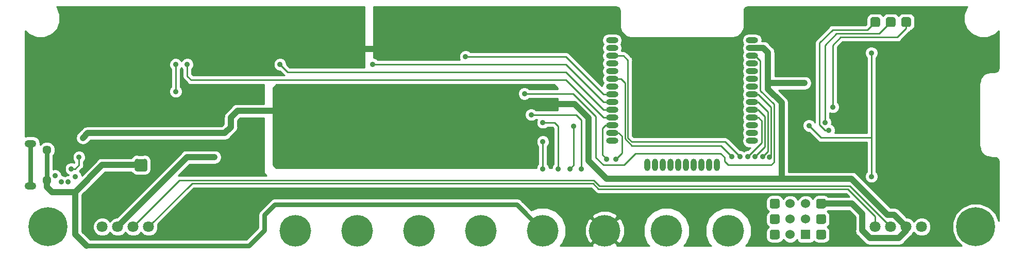
<source format=gtl>
G04 #@! TF.GenerationSoftware,KiCad,Pcbnew,no-vcs-found-67ccf76~61~ubuntu16.04.1*
G04 #@! TF.CreationDate,2018-03-11T14:56:02+05:30*
G04 #@! TF.ProjectId,k3jr_controller,6B336A725F636F6E74726F6C6C65722E,rev 1*
G04 #@! TF.SameCoordinates,Original*
G04 #@! TF.FileFunction,Copper,L1,Top,Signal*
G04 #@! TF.FilePolarity,Positive*
%FSLAX46Y46*%
G04 Gerber Fmt 4.6, Leading zero omitted, Abs format (unit mm)*
G04 Created by KiCad (PCBNEW no-vcs-found-67ccf76~61~ubuntu16.04.1) date Sun Mar 11 14:56:02 2018*
%MOMM*%
%LPD*%
G01*
G04 APERTURE LIST*
%ADD10C,1.450000*%
%ADD11O,1.900000X1.200000*%
%ADD12C,0.800000*%
%ADD13C,6.400000*%
%ADD14C,5.200000*%
%ADD15C,0.150000*%
%ADD16C,1.600000*%
%ADD17C,1.524000*%
%ADD18R,1.524000X1.524000*%
%ADD19C,1.800000*%
%ADD20O,1.000000X2.000000*%
%ADD21O,2.000000X1.000000*%
%ADD22C,0.900000*%
%ADD23C,1.016000*%
%ADD24C,0.254000*%
%ADD25C,0.762000*%
%ADD26C,0.508000*%
G04 APERTURE END LIST*
D10*
X55055000Y-79970000D03*
X55055000Y-74970000D03*
D11*
X52355000Y-80970000D03*
X52355000Y-73970000D03*
D12*
X56942056Y-85932944D03*
X55245000Y-85230000D03*
X53547944Y-85932944D03*
X52845000Y-87630000D03*
X53547944Y-89327056D03*
X55245000Y-90030000D03*
X56942056Y-89327056D03*
X57645000Y-87630000D03*
D13*
X55245000Y-87630000D03*
D14*
X126365000Y-88265000D03*
X156845000Y-88265000D03*
X167005000Y-88265000D03*
D12*
X70485000Y-77470000D03*
X69850000Y-76835000D03*
X71120000Y-76835000D03*
X71120000Y-78105000D03*
X69850000Y-78105000D03*
D15*
G36*
X191574207Y-53176926D02*
X191613036Y-53182686D01*
X191651114Y-53192224D01*
X191688073Y-53205448D01*
X191723559Y-53222231D01*
X191757228Y-53242412D01*
X191788757Y-53265796D01*
X191817843Y-53292157D01*
X191844204Y-53321243D01*
X191867588Y-53352772D01*
X191887769Y-53386441D01*
X191904552Y-53421927D01*
X191917776Y-53458886D01*
X191927314Y-53496964D01*
X191933074Y-53535793D01*
X191935000Y-53575000D01*
X191935000Y-54375000D01*
X191933074Y-54414207D01*
X191927314Y-54453036D01*
X191917776Y-54491114D01*
X191904552Y-54528073D01*
X191887769Y-54563559D01*
X191867588Y-54597228D01*
X191844204Y-54628757D01*
X191817843Y-54657843D01*
X191788757Y-54684204D01*
X191757228Y-54707588D01*
X191723559Y-54727769D01*
X191688073Y-54744552D01*
X191651114Y-54757776D01*
X191613036Y-54767314D01*
X191574207Y-54773074D01*
X191535000Y-54775000D01*
X190735000Y-54775000D01*
X190695793Y-54773074D01*
X190656964Y-54767314D01*
X190618886Y-54757776D01*
X190581927Y-54744552D01*
X190546441Y-54727769D01*
X190512772Y-54707588D01*
X190481243Y-54684204D01*
X190452157Y-54657843D01*
X190425796Y-54628757D01*
X190402412Y-54597228D01*
X190382231Y-54563559D01*
X190365448Y-54528073D01*
X190352224Y-54491114D01*
X190342686Y-54453036D01*
X190336926Y-54414207D01*
X190335000Y-54375000D01*
X190335000Y-53575000D01*
X190336926Y-53535793D01*
X190342686Y-53496964D01*
X190352224Y-53458886D01*
X190365448Y-53421927D01*
X190382231Y-53386441D01*
X190402412Y-53352772D01*
X190425796Y-53321243D01*
X190452157Y-53292157D01*
X190481243Y-53265796D01*
X190512772Y-53242412D01*
X190546441Y-53222231D01*
X190581927Y-53205448D01*
X190618886Y-53192224D01*
X190656964Y-53182686D01*
X190695793Y-53176926D01*
X190735000Y-53175000D01*
X191535000Y-53175000D01*
X191574207Y-53176926D01*
X191574207Y-53176926D01*
G37*
D16*
X191135000Y-53975000D03*
D12*
X209342056Y-85932944D03*
X207645000Y-85230000D03*
X205947944Y-85932944D03*
X205245000Y-87630000D03*
X205947944Y-89327056D03*
X207645000Y-90030000D03*
X209342056Y-89327056D03*
X210045000Y-87630000D03*
D13*
X207645000Y-87630000D03*
D14*
X136525000Y-88265000D03*
X146685000Y-88265000D03*
D15*
G36*
X182684207Y-88101926D02*
X182723036Y-88107686D01*
X182761114Y-88117224D01*
X182798073Y-88130448D01*
X182833559Y-88147231D01*
X182867228Y-88167412D01*
X182898757Y-88190796D01*
X182927843Y-88217157D01*
X182954204Y-88246243D01*
X182977588Y-88277772D01*
X182997769Y-88311441D01*
X183014552Y-88346927D01*
X183027776Y-88383886D01*
X183037314Y-88421964D01*
X183043074Y-88460793D01*
X183045000Y-88500000D01*
X183045000Y-89300000D01*
X183043074Y-89339207D01*
X183037314Y-89378036D01*
X183027776Y-89416114D01*
X183014552Y-89453073D01*
X182997769Y-89488559D01*
X182977588Y-89522228D01*
X182954204Y-89553757D01*
X182927843Y-89582843D01*
X182898757Y-89609204D01*
X182867228Y-89632588D01*
X182833559Y-89652769D01*
X182798073Y-89669552D01*
X182761114Y-89682776D01*
X182723036Y-89692314D01*
X182684207Y-89698074D01*
X182645000Y-89700000D01*
X181845000Y-89700000D01*
X181805793Y-89698074D01*
X181766964Y-89692314D01*
X181728886Y-89682776D01*
X181691927Y-89669552D01*
X181656441Y-89652769D01*
X181622772Y-89632588D01*
X181591243Y-89609204D01*
X181562157Y-89582843D01*
X181535796Y-89553757D01*
X181512412Y-89522228D01*
X181492231Y-89488559D01*
X181475448Y-89453073D01*
X181462224Y-89416114D01*
X181452686Y-89378036D01*
X181446926Y-89339207D01*
X181445000Y-89300000D01*
X181445000Y-88500000D01*
X181446926Y-88460793D01*
X181452686Y-88421964D01*
X181462224Y-88383886D01*
X181475448Y-88346927D01*
X181492231Y-88311441D01*
X181512412Y-88277772D01*
X181535796Y-88246243D01*
X181562157Y-88217157D01*
X181591243Y-88190796D01*
X181622772Y-88167412D01*
X181656441Y-88147231D01*
X181691927Y-88130448D01*
X181728886Y-88117224D01*
X181766964Y-88107686D01*
X181805793Y-88101926D01*
X181845000Y-88100000D01*
X182645000Y-88100000D01*
X182684207Y-88101926D01*
X182684207Y-88101926D01*
G37*
D16*
X182245000Y-88900000D03*
D15*
G36*
X175064207Y-88101926D02*
X175103036Y-88107686D01*
X175141114Y-88117224D01*
X175178073Y-88130448D01*
X175213559Y-88147231D01*
X175247228Y-88167412D01*
X175278757Y-88190796D01*
X175307843Y-88217157D01*
X175334204Y-88246243D01*
X175357588Y-88277772D01*
X175377769Y-88311441D01*
X175394552Y-88346927D01*
X175407776Y-88383886D01*
X175417314Y-88421964D01*
X175423074Y-88460793D01*
X175425000Y-88500000D01*
X175425000Y-89300000D01*
X175423074Y-89339207D01*
X175417314Y-89378036D01*
X175407776Y-89416114D01*
X175394552Y-89453073D01*
X175377769Y-89488559D01*
X175357588Y-89522228D01*
X175334204Y-89553757D01*
X175307843Y-89582843D01*
X175278757Y-89609204D01*
X175247228Y-89632588D01*
X175213559Y-89652769D01*
X175178073Y-89669552D01*
X175141114Y-89682776D01*
X175103036Y-89692314D01*
X175064207Y-89698074D01*
X175025000Y-89700000D01*
X174225000Y-89700000D01*
X174185793Y-89698074D01*
X174146964Y-89692314D01*
X174108886Y-89682776D01*
X174071927Y-89669552D01*
X174036441Y-89652769D01*
X174002772Y-89632588D01*
X173971243Y-89609204D01*
X173942157Y-89582843D01*
X173915796Y-89553757D01*
X173892412Y-89522228D01*
X173872231Y-89488559D01*
X173855448Y-89453073D01*
X173842224Y-89416114D01*
X173832686Y-89378036D01*
X173826926Y-89339207D01*
X173825000Y-89300000D01*
X173825000Y-88500000D01*
X173826926Y-88460793D01*
X173832686Y-88421964D01*
X173842224Y-88383886D01*
X173855448Y-88346927D01*
X173872231Y-88311441D01*
X173892412Y-88277772D01*
X173915796Y-88246243D01*
X173942157Y-88217157D01*
X173971243Y-88190796D01*
X174002772Y-88167412D01*
X174036441Y-88147231D01*
X174071927Y-88130448D01*
X174108886Y-88117224D01*
X174146964Y-88107686D01*
X174185793Y-88101926D01*
X174225000Y-88100000D01*
X175025000Y-88100000D01*
X175064207Y-88101926D01*
X175064207Y-88101926D01*
G37*
D16*
X174625000Y-88900000D03*
D15*
G36*
X182684207Y-85561926D02*
X182723036Y-85567686D01*
X182761114Y-85577224D01*
X182798073Y-85590448D01*
X182833559Y-85607231D01*
X182867228Y-85627412D01*
X182898757Y-85650796D01*
X182927843Y-85677157D01*
X182954204Y-85706243D01*
X182977588Y-85737772D01*
X182997769Y-85771441D01*
X183014552Y-85806927D01*
X183027776Y-85843886D01*
X183037314Y-85881964D01*
X183043074Y-85920793D01*
X183045000Y-85960000D01*
X183045000Y-86760000D01*
X183043074Y-86799207D01*
X183037314Y-86838036D01*
X183027776Y-86876114D01*
X183014552Y-86913073D01*
X182997769Y-86948559D01*
X182977588Y-86982228D01*
X182954204Y-87013757D01*
X182927843Y-87042843D01*
X182898757Y-87069204D01*
X182867228Y-87092588D01*
X182833559Y-87112769D01*
X182798073Y-87129552D01*
X182761114Y-87142776D01*
X182723036Y-87152314D01*
X182684207Y-87158074D01*
X182645000Y-87160000D01*
X181845000Y-87160000D01*
X181805793Y-87158074D01*
X181766964Y-87152314D01*
X181728886Y-87142776D01*
X181691927Y-87129552D01*
X181656441Y-87112769D01*
X181622772Y-87092588D01*
X181591243Y-87069204D01*
X181562157Y-87042843D01*
X181535796Y-87013757D01*
X181512412Y-86982228D01*
X181492231Y-86948559D01*
X181475448Y-86913073D01*
X181462224Y-86876114D01*
X181452686Y-86838036D01*
X181446926Y-86799207D01*
X181445000Y-86760000D01*
X181445000Y-85960000D01*
X181446926Y-85920793D01*
X181452686Y-85881964D01*
X181462224Y-85843886D01*
X181475448Y-85806927D01*
X181492231Y-85771441D01*
X181512412Y-85737772D01*
X181535796Y-85706243D01*
X181562157Y-85677157D01*
X181591243Y-85650796D01*
X181622772Y-85627412D01*
X181656441Y-85607231D01*
X181691927Y-85590448D01*
X181728886Y-85577224D01*
X181766964Y-85567686D01*
X181805793Y-85561926D01*
X181845000Y-85560000D01*
X182645000Y-85560000D01*
X182684207Y-85561926D01*
X182684207Y-85561926D01*
G37*
D16*
X182245000Y-86360000D03*
D17*
X179705000Y-83820000D03*
X177165000Y-83820000D03*
X179705000Y-86360000D03*
X177165000Y-86360000D03*
D18*
X179705000Y-88900000D03*
D17*
X177165000Y-88900000D03*
D15*
G36*
X175064207Y-85561926D02*
X175103036Y-85567686D01*
X175141114Y-85577224D01*
X175178073Y-85590448D01*
X175213559Y-85607231D01*
X175247228Y-85627412D01*
X175278757Y-85650796D01*
X175307843Y-85677157D01*
X175334204Y-85706243D01*
X175357588Y-85737772D01*
X175377769Y-85771441D01*
X175394552Y-85806927D01*
X175407776Y-85843886D01*
X175417314Y-85881964D01*
X175423074Y-85920793D01*
X175425000Y-85960000D01*
X175425000Y-86760000D01*
X175423074Y-86799207D01*
X175417314Y-86838036D01*
X175407776Y-86876114D01*
X175394552Y-86913073D01*
X175377769Y-86948559D01*
X175357588Y-86982228D01*
X175334204Y-87013757D01*
X175307843Y-87042843D01*
X175278757Y-87069204D01*
X175247228Y-87092588D01*
X175213559Y-87112769D01*
X175178073Y-87129552D01*
X175141114Y-87142776D01*
X175103036Y-87152314D01*
X175064207Y-87158074D01*
X175025000Y-87160000D01*
X174225000Y-87160000D01*
X174185793Y-87158074D01*
X174146964Y-87152314D01*
X174108886Y-87142776D01*
X174071927Y-87129552D01*
X174036441Y-87112769D01*
X174002772Y-87092588D01*
X173971243Y-87069204D01*
X173942157Y-87042843D01*
X173915796Y-87013757D01*
X173892412Y-86982228D01*
X173872231Y-86948559D01*
X173855448Y-86913073D01*
X173842224Y-86876114D01*
X173832686Y-86838036D01*
X173826926Y-86799207D01*
X173825000Y-86760000D01*
X173825000Y-85960000D01*
X173826926Y-85920793D01*
X173832686Y-85881964D01*
X173842224Y-85843886D01*
X173855448Y-85806927D01*
X173872231Y-85771441D01*
X173892412Y-85737772D01*
X173915796Y-85706243D01*
X173942157Y-85677157D01*
X173971243Y-85650796D01*
X174002772Y-85627412D01*
X174036441Y-85607231D01*
X174071927Y-85590448D01*
X174108886Y-85577224D01*
X174146964Y-85567686D01*
X174185793Y-85561926D01*
X174225000Y-85560000D01*
X175025000Y-85560000D01*
X175064207Y-85561926D01*
X175064207Y-85561926D01*
G37*
D16*
X174625000Y-86360000D03*
D15*
G36*
X182684207Y-83021926D02*
X182723036Y-83027686D01*
X182761114Y-83037224D01*
X182798073Y-83050448D01*
X182833559Y-83067231D01*
X182867228Y-83087412D01*
X182898757Y-83110796D01*
X182927843Y-83137157D01*
X182954204Y-83166243D01*
X182977588Y-83197772D01*
X182997769Y-83231441D01*
X183014552Y-83266927D01*
X183027776Y-83303886D01*
X183037314Y-83341964D01*
X183043074Y-83380793D01*
X183045000Y-83420000D01*
X183045000Y-84220000D01*
X183043074Y-84259207D01*
X183037314Y-84298036D01*
X183027776Y-84336114D01*
X183014552Y-84373073D01*
X182997769Y-84408559D01*
X182977588Y-84442228D01*
X182954204Y-84473757D01*
X182927843Y-84502843D01*
X182898757Y-84529204D01*
X182867228Y-84552588D01*
X182833559Y-84572769D01*
X182798073Y-84589552D01*
X182761114Y-84602776D01*
X182723036Y-84612314D01*
X182684207Y-84618074D01*
X182645000Y-84620000D01*
X181845000Y-84620000D01*
X181805793Y-84618074D01*
X181766964Y-84612314D01*
X181728886Y-84602776D01*
X181691927Y-84589552D01*
X181656441Y-84572769D01*
X181622772Y-84552588D01*
X181591243Y-84529204D01*
X181562157Y-84502843D01*
X181535796Y-84473757D01*
X181512412Y-84442228D01*
X181492231Y-84408559D01*
X181475448Y-84373073D01*
X181462224Y-84336114D01*
X181452686Y-84298036D01*
X181446926Y-84259207D01*
X181445000Y-84220000D01*
X181445000Y-83420000D01*
X181446926Y-83380793D01*
X181452686Y-83341964D01*
X181462224Y-83303886D01*
X181475448Y-83266927D01*
X181492231Y-83231441D01*
X181512412Y-83197772D01*
X181535796Y-83166243D01*
X181562157Y-83137157D01*
X181591243Y-83110796D01*
X181622772Y-83087412D01*
X181656441Y-83067231D01*
X181691927Y-83050448D01*
X181728886Y-83037224D01*
X181766964Y-83027686D01*
X181805793Y-83021926D01*
X181845000Y-83020000D01*
X182645000Y-83020000D01*
X182684207Y-83021926D01*
X182684207Y-83021926D01*
G37*
D16*
X182245000Y-83820000D03*
D15*
G36*
X175064207Y-83021926D02*
X175103036Y-83027686D01*
X175141114Y-83037224D01*
X175178073Y-83050448D01*
X175213559Y-83067231D01*
X175247228Y-83087412D01*
X175278757Y-83110796D01*
X175307843Y-83137157D01*
X175334204Y-83166243D01*
X175357588Y-83197772D01*
X175377769Y-83231441D01*
X175394552Y-83266927D01*
X175407776Y-83303886D01*
X175417314Y-83341964D01*
X175423074Y-83380793D01*
X175425000Y-83420000D01*
X175425000Y-84220000D01*
X175423074Y-84259207D01*
X175417314Y-84298036D01*
X175407776Y-84336114D01*
X175394552Y-84373073D01*
X175377769Y-84408559D01*
X175357588Y-84442228D01*
X175334204Y-84473757D01*
X175307843Y-84502843D01*
X175278757Y-84529204D01*
X175247228Y-84552588D01*
X175213559Y-84572769D01*
X175178073Y-84589552D01*
X175141114Y-84602776D01*
X175103036Y-84612314D01*
X175064207Y-84618074D01*
X175025000Y-84620000D01*
X174225000Y-84620000D01*
X174185793Y-84618074D01*
X174146964Y-84612314D01*
X174108886Y-84602776D01*
X174071927Y-84589552D01*
X174036441Y-84572769D01*
X174002772Y-84552588D01*
X173971243Y-84529204D01*
X173942157Y-84502843D01*
X173915796Y-84473757D01*
X173892412Y-84442228D01*
X173872231Y-84408559D01*
X173855448Y-84373073D01*
X173842224Y-84336114D01*
X173832686Y-84298036D01*
X173826926Y-84259207D01*
X173825000Y-84220000D01*
X173825000Y-83420000D01*
X173826926Y-83380793D01*
X173832686Y-83341964D01*
X173842224Y-83303886D01*
X173855448Y-83266927D01*
X173872231Y-83231441D01*
X173892412Y-83197772D01*
X173915796Y-83166243D01*
X173942157Y-83137157D01*
X173971243Y-83110796D01*
X174002772Y-83087412D01*
X174036441Y-83067231D01*
X174071927Y-83050448D01*
X174108886Y-83037224D01*
X174146964Y-83027686D01*
X174185793Y-83021926D01*
X174225000Y-83020000D01*
X175025000Y-83020000D01*
X175064207Y-83021926D01*
X175064207Y-83021926D01*
G37*
D16*
X174625000Y-83820000D03*
D15*
G36*
X196654207Y-53176926D02*
X196693036Y-53182686D01*
X196731114Y-53192224D01*
X196768073Y-53205448D01*
X196803559Y-53222231D01*
X196837228Y-53242412D01*
X196868757Y-53265796D01*
X196897843Y-53292157D01*
X196924204Y-53321243D01*
X196947588Y-53352772D01*
X196967769Y-53386441D01*
X196984552Y-53421927D01*
X196997776Y-53458886D01*
X197007314Y-53496964D01*
X197013074Y-53535793D01*
X197015000Y-53575000D01*
X197015000Y-54375000D01*
X197013074Y-54414207D01*
X197007314Y-54453036D01*
X196997776Y-54491114D01*
X196984552Y-54528073D01*
X196967769Y-54563559D01*
X196947588Y-54597228D01*
X196924204Y-54628757D01*
X196897843Y-54657843D01*
X196868757Y-54684204D01*
X196837228Y-54707588D01*
X196803559Y-54727769D01*
X196768073Y-54744552D01*
X196731114Y-54757776D01*
X196693036Y-54767314D01*
X196654207Y-54773074D01*
X196615000Y-54775000D01*
X195815000Y-54775000D01*
X195775793Y-54773074D01*
X195736964Y-54767314D01*
X195698886Y-54757776D01*
X195661927Y-54744552D01*
X195626441Y-54727769D01*
X195592772Y-54707588D01*
X195561243Y-54684204D01*
X195532157Y-54657843D01*
X195505796Y-54628757D01*
X195482412Y-54597228D01*
X195462231Y-54563559D01*
X195445448Y-54528073D01*
X195432224Y-54491114D01*
X195422686Y-54453036D01*
X195416926Y-54414207D01*
X195415000Y-54375000D01*
X195415000Y-53575000D01*
X195416926Y-53535793D01*
X195422686Y-53496964D01*
X195432224Y-53458886D01*
X195445448Y-53421927D01*
X195462231Y-53386441D01*
X195482412Y-53352772D01*
X195505796Y-53321243D01*
X195532157Y-53292157D01*
X195561243Y-53265796D01*
X195592772Y-53242412D01*
X195626441Y-53222231D01*
X195661927Y-53205448D01*
X195698886Y-53192224D01*
X195736964Y-53182686D01*
X195775793Y-53176926D01*
X195815000Y-53175000D01*
X196615000Y-53175000D01*
X196654207Y-53176926D01*
X196654207Y-53176926D01*
G37*
D16*
X196215000Y-53975000D03*
D15*
G36*
X194114207Y-53176926D02*
X194153036Y-53182686D01*
X194191114Y-53192224D01*
X194228073Y-53205448D01*
X194263559Y-53222231D01*
X194297228Y-53242412D01*
X194328757Y-53265796D01*
X194357843Y-53292157D01*
X194384204Y-53321243D01*
X194407588Y-53352772D01*
X194427769Y-53386441D01*
X194444552Y-53421927D01*
X194457776Y-53458886D01*
X194467314Y-53496964D01*
X194473074Y-53535793D01*
X194475000Y-53575000D01*
X194475000Y-54375000D01*
X194473074Y-54414207D01*
X194467314Y-54453036D01*
X194457776Y-54491114D01*
X194444552Y-54528073D01*
X194427769Y-54563559D01*
X194407588Y-54597228D01*
X194384204Y-54628757D01*
X194357843Y-54657843D01*
X194328757Y-54684204D01*
X194297228Y-54707588D01*
X194263559Y-54727769D01*
X194228073Y-54744552D01*
X194191114Y-54757776D01*
X194153036Y-54767314D01*
X194114207Y-54773074D01*
X194075000Y-54775000D01*
X193275000Y-54775000D01*
X193235793Y-54773074D01*
X193196964Y-54767314D01*
X193158886Y-54757776D01*
X193121927Y-54744552D01*
X193086441Y-54727769D01*
X193052772Y-54707588D01*
X193021243Y-54684204D01*
X192992157Y-54657843D01*
X192965796Y-54628757D01*
X192942412Y-54597228D01*
X192922231Y-54563559D01*
X192905448Y-54528073D01*
X192892224Y-54491114D01*
X192882686Y-54453036D01*
X192876926Y-54414207D01*
X192875000Y-54375000D01*
X192875000Y-53575000D01*
X192876926Y-53535793D01*
X192882686Y-53496964D01*
X192892224Y-53458886D01*
X192905448Y-53421927D01*
X192922231Y-53386441D01*
X192942412Y-53352772D01*
X192965796Y-53321243D01*
X192992157Y-53292157D01*
X193021243Y-53265796D01*
X193052772Y-53242412D01*
X193086441Y-53222231D01*
X193121927Y-53205448D01*
X193158886Y-53192224D01*
X193196964Y-53182686D01*
X193235793Y-53176926D01*
X193275000Y-53175000D01*
X194075000Y-53175000D01*
X194114207Y-53176926D01*
X194114207Y-53176926D01*
G37*
D16*
X193675000Y-53975000D03*
D19*
X64135000Y-87630000D03*
X66675000Y-87630000D03*
X69215000Y-87630000D03*
X71755000Y-87630000D03*
X191135000Y-87630000D03*
X193675000Y-87630000D03*
X196215000Y-87630000D03*
X198755000Y-87630000D03*
D14*
X106045000Y-88265000D03*
X95885000Y-88265000D03*
D20*
X158750000Y-77480000D03*
X153670000Y-77480000D03*
X154940000Y-77480000D03*
X156210000Y-77480000D03*
X157480000Y-77480000D03*
X160020000Y-77480000D03*
X161290000Y-77480000D03*
X162560000Y-77480000D03*
X163830000Y-77480000D03*
X165100000Y-77480000D03*
D21*
X147885000Y-59520000D03*
X147885000Y-70950000D03*
X147885000Y-62060000D03*
X147885000Y-64600000D03*
X147885000Y-65870000D03*
X147885000Y-72220000D03*
X147885000Y-73490000D03*
X147885000Y-63330000D03*
X147885000Y-69680000D03*
X147885000Y-56980000D03*
X147885000Y-60790000D03*
X147885000Y-68410000D03*
X147885000Y-67140000D03*
X147885000Y-58250000D03*
X170885000Y-73490000D03*
X170885000Y-72220000D03*
X170885000Y-70950000D03*
X170885000Y-69680000D03*
X170885000Y-68410000D03*
X170885000Y-67140000D03*
X170885000Y-65870000D03*
X170885000Y-64600000D03*
X170885000Y-63330000D03*
X170885000Y-62060000D03*
X170885000Y-60790000D03*
X170885000Y-59520000D03*
X170885000Y-58250000D03*
X170885000Y-56980000D03*
D14*
X116205000Y-88265000D03*
D22*
X58547000Y-80264000D03*
X59690000Y-79375000D03*
X56388000Y-79248000D03*
X57404000Y-80264000D03*
X111125000Y-58419998D03*
X106045000Y-58420000D03*
X93980000Y-74295000D03*
X121285000Y-74295000D03*
X126365000Y-74295000D03*
X123825000Y-74295000D03*
X126365000Y-66675000D03*
X123825000Y-66675000D03*
X121285000Y-66675000D03*
X118745000Y-66675000D03*
X116205000Y-66675000D03*
X113665000Y-66675000D03*
X111125000Y-66675000D03*
X108585000Y-66675000D03*
X106045000Y-66675000D03*
X103505000Y-66675000D03*
X100965000Y-66675000D03*
X98425000Y-66675000D03*
X95885000Y-66675000D03*
X93980000Y-70485000D03*
X93980000Y-72390000D03*
X95885000Y-74295000D03*
X98425000Y-74295000D03*
X100965000Y-74295000D03*
X103505000Y-74295000D03*
X106045000Y-74295000D03*
X108585000Y-74295000D03*
X113665000Y-74295000D03*
X116205000Y-74295000D03*
X118745000Y-74295000D03*
X183515000Y-71755000D03*
X123825000Y-59690000D03*
X184150000Y-67945000D03*
X182880000Y-70485000D03*
X171400000Y-76100000D03*
X172619139Y-76124869D03*
X173719790Y-76199990D03*
X170200000Y-76100000D03*
X60325000Y-76200000D03*
X59054970Y-78105000D03*
X78105000Y-60960000D03*
X93345000Y-60960000D03*
X141605000Y-71120000D03*
X140970000Y-78105000D03*
X136525000Y-70485000D03*
X139065000Y-78105000D03*
X148500000Y-76500000D03*
X136525000Y-73660000D03*
X136525000Y-78105000D03*
X142875000Y-78105000D03*
X134620000Y-69215000D03*
X76200000Y-65405000D03*
X76200000Y-60960000D03*
X133500000Y-65749996D03*
X126365000Y-70485000D03*
X126365000Y-68580000D03*
X103505000Y-68580000D03*
X97155000Y-72390000D03*
X104775000Y-69850000D03*
X97155000Y-69850000D03*
X98425000Y-68580000D03*
X99695000Y-68580000D03*
X102235000Y-68580000D03*
X100965000Y-68580000D03*
X93980000Y-66675000D03*
X111125000Y-74295000D03*
X104775000Y-72390000D03*
X104775000Y-71120000D03*
X97155000Y-71120000D03*
X126365000Y-72390000D03*
X60960000Y-73025000D03*
X82550000Y-76200000D03*
X93980000Y-68580000D03*
X131445000Y-66675000D03*
X179500000Y-64000000D03*
X108585000Y-60960000D03*
X147000000Y-76500000D03*
X74295006Y-74295000D03*
X190500000Y-59055000D03*
X190500000Y-79375000D03*
X64770000Y-83185000D03*
X63500000Y-83185000D03*
X62230000Y-83185000D03*
X67310000Y-81280000D03*
X67310000Y-83185000D03*
X76200000Y-55880000D03*
X67310000Y-80010000D03*
X86995000Y-75565000D03*
X66040000Y-83185000D03*
X86995000Y-76835000D03*
X86995000Y-78105000D03*
X86995000Y-74295000D03*
X88265000Y-71755000D03*
X86995000Y-71755000D03*
X86995000Y-73025000D03*
X180250000Y-71000000D03*
X167600000Y-76100000D03*
X168900000Y-76100000D03*
D23*
X55055000Y-79970000D02*
X55055000Y-81090000D01*
X55055000Y-81090000D02*
X55880000Y-81915000D01*
X55880000Y-81915000D02*
X59690000Y-81915000D01*
X70485000Y-77470000D02*
X64135000Y-77470000D01*
X64135000Y-77470000D02*
X59690000Y-81915000D01*
X59690000Y-88900000D02*
X59690000Y-81915000D01*
X59690000Y-88900000D02*
X61556890Y-90766890D01*
X111124998Y-58420000D02*
X111125000Y-58419998D01*
X106045000Y-58420000D02*
X111124998Y-58420000D01*
X175750000Y-79750000D02*
X147000000Y-79750000D01*
X147000000Y-79750000D02*
X144000000Y-76750000D01*
X126365000Y-66675000D02*
X126365000Y-68580000D01*
X126365000Y-72390000D02*
X126365000Y-70485000D01*
X123825000Y-74295000D02*
X126365000Y-74295000D01*
X118745000Y-74295000D02*
X121285000Y-74295000D01*
X113665000Y-74295000D02*
X116205000Y-74295000D01*
X108585000Y-74295000D02*
X111125000Y-74295000D01*
X103505000Y-74295000D02*
X106045000Y-74295000D01*
X98425000Y-74295000D02*
X100965000Y-74295000D01*
X93980000Y-74295000D02*
X95885000Y-74295000D01*
X93980000Y-70485000D02*
X93980000Y-72390000D01*
X93980000Y-66675000D02*
X93980000Y-68580000D01*
X98425000Y-66675000D02*
X95885000Y-66675000D01*
X103505000Y-66675000D02*
X100965000Y-66675000D01*
X108585000Y-66675000D02*
X106045000Y-66675000D01*
X113665000Y-66675000D02*
X111125000Y-66675000D01*
X118745000Y-66675000D02*
X116205000Y-66675000D01*
X123825000Y-66675000D02*
X121285000Y-66675000D01*
X131445000Y-66675000D02*
X126365000Y-66675000D01*
D24*
X174500000Y-77000000D02*
X174030000Y-77470000D01*
X166370000Y-76835000D02*
X167005000Y-77470000D01*
X167005000Y-77470000D02*
X174030000Y-77470000D01*
X166370000Y-76200000D02*
X166370000Y-76835000D01*
X165735000Y-75565000D02*
X166370000Y-76200000D01*
X151765000Y-75565000D02*
X165735000Y-75565000D01*
X149860000Y-77470000D02*
X151765000Y-75565000D01*
X146470000Y-77470000D02*
X145250000Y-76250000D01*
X146470000Y-77470000D02*
X149860000Y-77470000D01*
X144750000Y-80500000D02*
X145657000Y-81407000D01*
X78885000Y-80500000D02*
X144750000Y-80500000D01*
X145657000Y-81407000D02*
X186657000Y-81407000D01*
X71755000Y-87630000D02*
X78885000Y-80500000D01*
X191135000Y-85885000D02*
X191135000Y-87630000D01*
X186657000Y-81407000D02*
X191135000Y-85885000D01*
X150500000Y-73030000D02*
X151130000Y-73660000D01*
X149770000Y-59520000D02*
X150500000Y-60250000D01*
X150500000Y-60250000D02*
X150500000Y-73030000D01*
X147885000Y-59520000D02*
X149770000Y-59520000D01*
X151130000Y-73660000D02*
X166460000Y-73660000D01*
X166460000Y-73660000D02*
X168900000Y-76100000D01*
X76845000Y-80000000D02*
X69215000Y-87630000D01*
X145820981Y-80924389D02*
X144896592Y-80000000D01*
X193675000Y-87630000D02*
X186969389Y-80924389D01*
X186969389Y-80924389D02*
X145820981Y-80924389D01*
X144896592Y-80000000D02*
X76845000Y-80000000D01*
X150000000Y-73165000D02*
X150000000Y-64000000D01*
X151130000Y-74295000D02*
X150000000Y-73165000D01*
X165795000Y-74295000D02*
X151130000Y-74295000D01*
X167600000Y-76100000D02*
X165795000Y-74295000D01*
X149330000Y-63330000D02*
X147885000Y-63330000D01*
X150000000Y-64000000D02*
X149330000Y-63330000D01*
X196215000Y-55035000D02*
X196215000Y-53975000D01*
X184150000Y-67945000D02*
X184150000Y-57785000D01*
X184150000Y-57785000D02*
X185435000Y-56500000D01*
X185435000Y-56500000D02*
X194750000Y-56500000D01*
X194750000Y-56500000D02*
X196215000Y-55035000D01*
X184785000Y-55880000D02*
X182880000Y-57785000D01*
X191770000Y-55880000D02*
X184785000Y-55880000D01*
X193675000Y-53975000D02*
X191770000Y-55880000D01*
X182880000Y-70485000D02*
X182880000Y-57785000D01*
X182000000Y-70875000D02*
X182880000Y-71755000D01*
X191135000Y-53975000D02*
X189860000Y-55250000D01*
X184145000Y-55250000D02*
X182000000Y-57395000D01*
X189860000Y-55250000D02*
X184145000Y-55250000D01*
X182880000Y-71755000D02*
X183515000Y-71755000D01*
X182000000Y-57395000D02*
X182000000Y-70875000D01*
X170885000Y-68410000D02*
X171910000Y-68410000D01*
X171910000Y-68410000D02*
X173000000Y-69500000D01*
X173000000Y-69500000D02*
X173000000Y-74500000D01*
X173000000Y-74500000D02*
X171400000Y-76100000D01*
X170885000Y-67140000D02*
X171890000Y-67140000D01*
X171890000Y-67140000D02*
X173500000Y-68750000D01*
X173500000Y-68750000D02*
X173500000Y-75244008D01*
X173500000Y-75244008D02*
X172619139Y-76124869D01*
X174000000Y-75919780D02*
X173719790Y-76199990D01*
X174000000Y-68000000D02*
X174000000Y-75919780D01*
X171870000Y-65870000D02*
X174000000Y-68000000D01*
X170885000Y-65870000D02*
X171870000Y-65870000D01*
X170885000Y-69680000D02*
X171930000Y-69680000D01*
X172500000Y-70250000D02*
X172500000Y-73800000D01*
X171930000Y-69680000D02*
X172500000Y-70250000D01*
X172500000Y-73800000D02*
X170200000Y-76100000D01*
X60325000Y-77470000D02*
X59690000Y-78105000D01*
X59690000Y-78105000D02*
X59054970Y-78105000D01*
X60325000Y-76200000D02*
X60325000Y-77470000D01*
X78105000Y-62865000D02*
X78105000Y-60960000D01*
X147885000Y-69680000D02*
X146515000Y-69680000D01*
X146515000Y-69680000D02*
X140335000Y-63500000D01*
X140335000Y-63500000D02*
X78740000Y-63500000D01*
X78740000Y-63500000D02*
X78105000Y-62865000D01*
X94615000Y-62230000D02*
X93345000Y-60960000D01*
X140335000Y-62230000D02*
X94615000Y-62230000D01*
X146515000Y-68410000D02*
X140335000Y-62230000D01*
X147885000Y-68410000D02*
X146515000Y-68410000D01*
X141605000Y-71120000D02*
X141605000Y-77470000D01*
X141605000Y-77470000D02*
X140970000Y-78105000D01*
X139065000Y-78105000D02*
X139065000Y-71120000D01*
X139065000Y-71120000D02*
X138430000Y-70485000D01*
X138430000Y-70485000D02*
X136525000Y-70485000D01*
X147885000Y-70950000D02*
X146800000Y-70950000D01*
X146800000Y-70950000D02*
X146300001Y-71449999D01*
X146300001Y-71449999D02*
X146300001Y-75800001D01*
X146300001Y-75800001D02*
X147000000Y-76500000D01*
X147885000Y-72220000D02*
X148970000Y-72220000D01*
X148970000Y-72220000D02*
X149500000Y-72750000D01*
X149500000Y-72750000D02*
X149500000Y-75500000D01*
X149500000Y-75500000D02*
X148500000Y-76500000D01*
X136525000Y-73660000D02*
X136525000Y-78105000D01*
X76200000Y-65405000D02*
X76200000Y-60960000D01*
X145250000Y-76250000D02*
X145250000Y-69500000D01*
X170885000Y-59520000D02*
X171385000Y-59520000D01*
X145250000Y-69500000D02*
X141499996Y-65749996D01*
X172250000Y-60385000D02*
X172250000Y-65250000D01*
X141499996Y-65749996D02*
X133500000Y-65749996D01*
X174500000Y-67500000D02*
X174500000Y-77000000D01*
X171385000Y-59520000D02*
X172250000Y-60385000D01*
X172250000Y-65250000D02*
X174500000Y-67500000D01*
D25*
X69850000Y-78105000D02*
X70485000Y-77470000D01*
X71120000Y-78105000D02*
X70485000Y-77470000D01*
X71120000Y-76835000D02*
X70485000Y-77470000D01*
X69850000Y-76835000D02*
X70485000Y-77470000D01*
D23*
X170885000Y-58250000D02*
X172750000Y-58250000D01*
X172750000Y-58250000D02*
X173500000Y-59000000D01*
X173500000Y-65000000D02*
X175750000Y-67250000D01*
X179500000Y-64000000D02*
X173500000Y-64000000D01*
X175750000Y-67250000D02*
X175750000Y-79750000D01*
X194250000Y-85665000D02*
X193165000Y-85665000D01*
X193165000Y-85665000D02*
X187250000Y-79750000D01*
X196215000Y-87630000D02*
X194250000Y-85665000D01*
X187250000Y-79750000D02*
X175750000Y-79750000D01*
X66675000Y-87575000D02*
X66675000Y-87630000D01*
X78050000Y-76200000D02*
X66675000Y-87575000D01*
X82550000Y-76200000D02*
X78050000Y-76200000D01*
X61735000Y-72250000D02*
X60960000Y-73025000D01*
X84250000Y-72250000D02*
X61735000Y-72250000D01*
X93980000Y-68580000D02*
X86360000Y-68580000D01*
X86360000Y-68580000D02*
X85250000Y-69690000D01*
X85250000Y-69690000D02*
X85250000Y-71250000D01*
X85250000Y-71250000D02*
X84250000Y-72250000D01*
X173500000Y-65000000D02*
X173500000Y-64000000D01*
X173500000Y-59000000D02*
X173500000Y-64000000D01*
D24*
X140335000Y-60960000D02*
X108585000Y-60960000D01*
X146515000Y-67140000D02*
X140335000Y-60960000D01*
X147885000Y-67140000D02*
X146515000Y-67140000D01*
X140334978Y-59690000D02*
X123825000Y-59690000D01*
X146514978Y-65870000D02*
X140334978Y-59690000D01*
X147885000Y-65870000D02*
X146514978Y-65870000D01*
D23*
X182245000Y-83820000D02*
X187320000Y-83820000D01*
X189000000Y-85500000D02*
X189000000Y-88250000D01*
X187320000Y-83820000D02*
X189000000Y-85500000D01*
X189000000Y-88250000D02*
X190250000Y-89500000D01*
X67310000Y-83185000D02*
X62230000Y-83185000D01*
D26*
X67945000Y-55880000D02*
X76200000Y-55880000D01*
X74295006Y-74295000D02*
X59055000Y-74295000D01*
X59055000Y-74295000D02*
X58420000Y-73660000D01*
X58420000Y-65405000D02*
X67945000Y-55880000D01*
X58420000Y-73660000D02*
X58420000Y-65405000D01*
D25*
X69850000Y-78105000D02*
X69850000Y-76835000D01*
X69850000Y-76835000D02*
X71120000Y-76835000D01*
X71120000Y-76835000D02*
X71120000Y-78105000D01*
X71120000Y-78105000D02*
X69850000Y-78105000D01*
D23*
X86995000Y-74295000D02*
X74295006Y-74295000D01*
X74295006Y-77454994D02*
X74295006Y-74295000D01*
X71740000Y-80010000D02*
X74295006Y-77454994D01*
X67310000Y-80010000D02*
X71740000Y-80010000D01*
D26*
X140920000Y-82500000D02*
X146685000Y-88265000D01*
X90220000Y-82500000D02*
X140920000Y-82500000D01*
X62230000Y-83185000D02*
X62230000Y-88265000D01*
X62230000Y-88265000D02*
X63465000Y-89500000D01*
X63465000Y-89500000D02*
X83220000Y-89500000D01*
X83220000Y-89500000D02*
X90220000Y-82500000D01*
D24*
X190500000Y-59055000D02*
X190500000Y-73000000D01*
X190500000Y-73000000D02*
X182250000Y-73000000D01*
X190500000Y-73000000D02*
X190500000Y-79375000D01*
X182250000Y-73000000D02*
X180250000Y-71000000D01*
D23*
X144000000Y-69750000D02*
X144000000Y-76750000D01*
X131445000Y-66675000D02*
X131445000Y-67311396D01*
X131633604Y-67500000D02*
X141750000Y-67500000D01*
X131445000Y-67311396D02*
X131633604Y-67500000D01*
X141750000Y-67500000D02*
X144000000Y-69750000D01*
X196215000Y-88285000D02*
X196215000Y-87630000D01*
X195000000Y-89500000D02*
X196215000Y-88285000D01*
X190250000Y-89500000D02*
X195000000Y-89500000D01*
D24*
X142875000Y-70125000D02*
X142875000Y-78105000D01*
X141965000Y-69215000D02*
X142875000Y-70125000D01*
X134620000Y-69215000D02*
X141965000Y-69215000D01*
D25*
X52355000Y-73970000D02*
X52355000Y-80970000D01*
X55055000Y-79970000D02*
X55055000Y-74970000D01*
X132260000Y-84000000D02*
X136525000Y-88265000D01*
X92500000Y-84000000D02*
X132260000Y-84000000D01*
X90805000Y-88195000D02*
X90805000Y-85695000D01*
X88233110Y-90766890D02*
X90805000Y-88195000D01*
X60500000Y-89710000D02*
X61556890Y-90766890D01*
X61556890Y-90766890D02*
X88233110Y-90766890D01*
X90805000Y-85695000D02*
X92500000Y-84000000D01*
D24*
G36*
X138938000Y-64822606D02*
X138938000Y-64987996D01*
X134272421Y-64987996D01*
X134114603Y-64830178D01*
X133715820Y-64664996D01*
X133284180Y-64664996D01*
X132885397Y-64830178D01*
X132580182Y-65135393D01*
X132415000Y-65534176D01*
X132415000Y-65965816D01*
X132580182Y-66364599D01*
X132885397Y-66669814D01*
X133284180Y-66834996D01*
X133715820Y-66834996D01*
X134114603Y-66669814D01*
X134272421Y-66511996D01*
X138938000Y-66511996D01*
X138938000Y-68453000D01*
X135392421Y-68453000D01*
X135234603Y-68295182D01*
X134835820Y-68130000D01*
X134404180Y-68130000D01*
X134005397Y-68295182D01*
X133700182Y-68600397D01*
X133535000Y-68999180D01*
X133535000Y-69430820D01*
X133700182Y-69829603D01*
X134005397Y-70134818D01*
X134404180Y-70300000D01*
X134835820Y-70300000D01*
X135234603Y-70134818D01*
X135392421Y-69977000D01*
X135561025Y-69977000D01*
X135440000Y-70269180D01*
X135440000Y-70700820D01*
X135605182Y-71099603D01*
X135910397Y-71404818D01*
X136309180Y-71570000D01*
X136740820Y-71570000D01*
X137139603Y-71404818D01*
X137297421Y-71247000D01*
X138114370Y-71247000D01*
X138303001Y-71435632D01*
X138303000Y-77332579D01*
X138145182Y-77490397D01*
X137980000Y-77889180D01*
X137980000Y-77978000D01*
X137610000Y-77978000D01*
X137610000Y-77889180D01*
X137444818Y-77490397D01*
X137287000Y-77332579D01*
X137287000Y-74432421D01*
X137444818Y-74274603D01*
X137610000Y-73875820D01*
X137610000Y-73444180D01*
X137444818Y-73045397D01*
X137139603Y-72740182D01*
X136740820Y-72575000D01*
X136309180Y-72575000D01*
X135910397Y-72740182D01*
X135605182Y-73045397D01*
X135440000Y-73444180D01*
X135440000Y-73875820D01*
X135605182Y-74274603D01*
X135763000Y-74432421D01*
X135763001Y-77332578D01*
X135605182Y-77490397D01*
X135440000Y-77889180D01*
X135440000Y-77978000D01*
X92762606Y-77978000D01*
X92202000Y-77417394D01*
X92202000Y-64822606D01*
X92762606Y-64262000D01*
X138377394Y-64262000D01*
X138938000Y-64822606D01*
X138938000Y-64822606D01*
G37*
X138938000Y-64822606D02*
X138938000Y-64987996D01*
X134272421Y-64987996D01*
X134114603Y-64830178D01*
X133715820Y-64664996D01*
X133284180Y-64664996D01*
X132885397Y-64830178D01*
X132580182Y-65135393D01*
X132415000Y-65534176D01*
X132415000Y-65965816D01*
X132580182Y-66364599D01*
X132885397Y-66669814D01*
X133284180Y-66834996D01*
X133715820Y-66834996D01*
X134114603Y-66669814D01*
X134272421Y-66511996D01*
X138938000Y-66511996D01*
X138938000Y-68453000D01*
X135392421Y-68453000D01*
X135234603Y-68295182D01*
X134835820Y-68130000D01*
X134404180Y-68130000D01*
X134005397Y-68295182D01*
X133700182Y-68600397D01*
X133535000Y-68999180D01*
X133535000Y-69430820D01*
X133700182Y-69829603D01*
X134005397Y-70134818D01*
X134404180Y-70300000D01*
X134835820Y-70300000D01*
X135234603Y-70134818D01*
X135392421Y-69977000D01*
X135561025Y-69977000D01*
X135440000Y-70269180D01*
X135440000Y-70700820D01*
X135605182Y-71099603D01*
X135910397Y-71404818D01*
X136309180Y-71570000D01*
X136740820Y-71570000D01*
X137139603Y-71404818D01*
X137297421Y-71247000D01*
X138114370Y-71247000D01*
X138303001Y-71435632D01*
X138303000Y-77332579D01*
X138145182Y-77490397D01*
X137980000Y-77889180D01*
X137980000Y-77978000D01*
X137610000Y-77978000D01*
X137610000Y-77889180D01*
X137444818Y-77490397D01*
X137287000Y-77332579D01*
X137287000Y-74432421D01*
X137444818Y-74274603D01*
X137610000Y-73875820D01*
X137610000Y-73444180D01*
X137444818Y-73045397D01*
X137139603Y-72740182D01*
X136740820Y-72575000D01*
X136309180Y-72575000D01*
X135910397Y-72740182D01*
X135605182Y-73045397D01*
X135440000Y-73444180D01*
X135440000Y-73875820D01*
X135605182Y-74274603D01*
X135763000Y-74432421D01*
X135763001Y-77332578D01*
X135605182Y-77490397D01*
X135440000Y-77889180D01*
X135440000Y-77978000D01*
X92762606Y-77978000D01*
X92202000Y-77417394D01*
X92202000Y-64822606D01*
X92762606Y-64262000D01*
X138377394Y-64262000D01*
X138938000Y-64822606D01*
G36*
X107188000Y-61468000D02*
X94930631Y-61468000D01*
X94430000Y-60967370D01*
X94430000Y-60744180D01*
X94264818Y-60345397D01*
X93959603Y-60040182D01*
X93560820Y-59875000D01*
X93129180Y-59875000D01*
X92730397Y-60040182D01*
X92425182Y-60345397D01*
X92260000Y-60744180D01*
X92260000Y-61175820D01*
X92425182Y-61574603D01*
X92730397Y-61879818D01*
X93129180Y-62045000D01*
X93352370Y-62045000D01*
X94023117Y-62715748D01*
X94037986Y-62738000D01*
X79055631Y-62738000D01*
X78867000Y-62549370D01*
X78867000Y-61732421D01*
X79024818Y-61574603D01*
X79190000Y-61175820D01*
X79190000Y-60744180D01*
X79024818Y-60345397D01*
X78719603Y-60040182D01*
X78320820Y-59875000D01*
X77889180Y-59875000D01*
X77490397Y-60040182D01*
X77185182Y-60345397D01*
X77152500Y-60424298D01*
X77119818Y-60345397D01*
X76814603Y-60040182D01*
X76415820Y-59875000D01*
X75984180Y-59875000D01*
X75585397Y-60040182D01*
X75280182Y-60345397D01*
X75115000Y-60744180D01*
X75115000Y-61175820D01*
X75280182Y-61574603D01*
X75438001Y-61732422D01*
X75438000Y-64632579D01*
X75280182Y-64790397D01*
X75115000Y-65189180D01*
X75115000Y-65620820D01*
X75280182Y-66019603D01*
X75585397Y-66324818D01*
X75984180Y-66490000D01*
X76415820Y-66490000D01*
X76814603Y-66324818D01*
X77119818Y-66019603D01*
X77285000Y-65620820D01*
X77285000Y-65189180D01*
X77119818Y-64790397D01*
X76962000Y-64632579D01*
X76962000Y-61732421D01*
X77119818Y-61574603D01*
X77152500Y-61495702D01*
X77185182Y-61574603D01*
X77343001Y-61732422D01*
X77343000Y-62789957D01*
X77328073Y-62865000D01*
X77343000Y-62940043D01*
X77343000Y-62940047D01*
X77387212Y-63162316D01*
X77555629Y-63414371D01*
X77619253Y-63456883D01*
X78148117Y-63985748D01*
X78190629Y-64049371D01*
X78442683Y-64217788D01*
X78664952Y-64262000D01*
X78664953Y-64262000D01*
X78740000Y-64276928D01*
X78815047Y-64262000D01*
X90678000Y-64262000D01*
X90678000Y-67437000D01*
X86472570Y-67437000D01*
X86359999Y-67414608D01*
X86247428Y-67437000D01*
X85914024Y-67503318D01*
X85535943Y-67755943D01*
X85472174Y-67851380D01*
X84521382Y-68802173D01*
X84425943Y-68865943D01*
X84173318Y-69244025D01*
X84128809Y-69467787D01*
X84084608Y-69690000D01*
X84107000Y-69802571D01*
X84107000Y-70776554D01*
X83776555Y-71107000D01*
X61847572Y-71107000D01*
X61735000Y-71084608D01*
X61289023Y-71173318D01*
X61225415Y-71215820D01*
X60910943Y-71425943D01*
X60847176Y-71521378D01*
X60072177Y-72296378D01*
X59883319Y-72579024D01*
X59794608Y-73025000D01*
X59883319Y-73470976D01*
X60135944Y-73849056D01*
X60514024Y-74101681D01*
X60960000Y-74190392D01*
X61405976Y-74101681D01*
X61688622Y-73912823D01*
X62208446Y-73393000D01*
X84137429Y-73393000D01*
X84250000Y-73415392D01*
X84362571Y-73393000D01*
X84362572Y-73393000D01*
X84695976Y-73326682D01*
X85074057Y-73074057D01*
X85137827Y-72978618D01*
X85978620Y-72137826D01*
X86074057Y-72074057D01*
X86292378Y-71747316D01*
X86326682Y-71695977D01*
X86415392Y-71250000D01*
X86393000Y-71137428D01*
X86393000Y-70163445D01*
X86833446Y-69723000D01*
X90678000Y-69723000D01*
X90678000Y-78740000D01*
X90687667Y-78788601D01*
X90715197Y-78829803D01*
X91123394Y-79238000D01*
X76920042Y-79238000D01*
X76844999Y-79223073D01*
X76769956Y-79238000D01*
X76769952Y-79238000D01*
X76593309Y-79273136D01*
X78523446Y-77343000D01*
X82662572Y-77343000D01*
X82995976Y-77276682D01*
X83374057Y-77024057D01*
X83626682Y-76645976D01*
X83715392Y-76200000D01*
X83626682Y-75754024D01*
X83374057Y-75375943D01*
X82995976Y-75123318D01*
X82662572Y-75057000D01*
X78162570Y-75057000D01*
X78049999Y-75034608D01*
X77937428Y-75057000D01*
X77604024Y-75123318D01*
X77225943Y-75375943D01*
X77162175Y-75471379D01*
X66538555Y-86095000D01*
X66369670Y-86095000D01*
X65805493Y-86328690D01*
X65405000Y-86729183D01*
X65004507Y-86328690D01*
X64440330Y-86095000D01*
X63829670Y-86095000D01*
X63265493Y-86328690D01*
X62833690Y-86760493D01*
X62600000Y-87324670D01*
X62600000Y-87935330D01*
X62833690Y-88499507D01*
X63265493Y-88931310D01*
X63829670Y-89165000D01*
X64440330Y-89165000D01*
X65004507Y-88931310D01*
X65405000Y-88530817D01*
X65805493Y-88931310D01*
X66369670Y-89165000D01*
X66980330Y-89165000D01*
X67544507Y-88931310D01*
X67945000Y-88530817D01*
X68345493Y-88931310D01*
X68909670Y-89165000D01*
X69520330Y-89165000D01*
X70084507Y-88931310D01*
X70485000Y-88530817D01*
X70885493Y-88931310D01*
X71449670Y-89165000D01*
X72060330Y-89165000D01*
X72624507Y-88931310D01*
X73056310Y-88499507D01*
X73290000Y-87935330D01*
X73290000Y-87324670D01*
X73245469Y-87217162D01*
X79200631Y-81262000D01*
X144434370Y-81262000D01*
X145065117Y-81892748D01*
X145107629Y-81956371D01*
X145359683Y-82124788D01*
X145581952Y-82169000D01*
X145581953Y-82169000D01*
X145657000Y-82183928D01*
X145732047Y-82169000D01*
X186341370Y-82169000D01*
X186849370Y-82677000D01*
X183382138Y-82677000D01*
X183045838Y-82452292D01*
X182645000Y-82372560D01*
X181845000Y-82372560D01*
X181444162Y-82452292D01*
X181104348Y-82679348D01*
X180878304Y-83017647D01*
X180496337Y-82635680D01*
X179982881Y-82423000D01*
X179427119Y-82423000D01*
X178913663Y-82635680D01*
X178520680Y-83028663D01*
X178435000Y-83235513D01*
X178349320Y-83028663D01*
X177956337Y-82635680D01*
X177442881Y-82423000D01*
X176887119Y-82423000D01*
X176373663Y-82635680D01*
X175991696Y-83017647D01*
X175765652Y-82679348D01*
X175425838Y-82452292D01*
X175025000Y-82372560D01*
X174225000Y-82372560D01*
X173824162Y-82452292D01*
X173484348Y-82679348D01*
X173257292Y-83019162D01*
X173177560Y-83420000D01*
X173177560Y-84220000D01*
X173257292Y-84620838D01*
X173484348Y-84960652D01*
X173677931Y-85090000D01*
X173484348Y-85219348D01*
X173257292Y-85559162D01*
X173177560Y-85960000D01*
X173177560Y-86760000D01*
X173257292Y-87160838D01*
X173484348Y-87500652D01*
X173677931Y-87630000D01*
X173484348Y-87759348D01*
X173257292Y-88099162D01*
X173177560Y-88500000D01*
X173177560Y-89300000D01*
X173257292Y-89700838D01*
X173484348Y-90040652D01*
X173824162Y-90267708D01*
X174225000Y-90347440D01*
X175025000Y-90347440D01*
X175425838Y-90267708D01*
X175765652Y-90040652D01*
X175991696Y-89702353D01*
X176373663Y-90084320D01*
X176887119Y-90297000D01*
X177442881Y-90297000D01*
X177956337Y-90084320D01*
X178309347Y-89731310D01*
X178344843Y-89909765D01*
X178485191Y-90119809D01*
X178695235Y-90260157D01*
X178943000Y-90309440D01*
X180467000Y-90309440D01*
X180714765Y-90260157D01*
X180924809Y-90119809D01*
X181041025Y-89945882D01*
X181104348Y-90040652D01*
X181444162Y-90267708D01*
X181845000Y-90347440D01*
X182645000Y-90347440D01*
X183045838Y-90267708D01*
X183385652Y-90040652D01*
X183612708Y-89700838D01*
X183692440Y-89300000D01*
X183692440Y-88500000D01*
X183612708Y-88099162D01*
X183385652Y-87759348D01*
X183192069Y-87630000D01*
X183385652Y-87500652D01*
X183612708Y-87160838D01*
X183692440Y-86760000D01*
X183692440Y-85960000D01*
X183612708Y-85559162D01*
X183385652Y-85219348D01*
X183192069Y-85090000D01*
X183382138Y-84963000D01*
X186846555Y-84963000D01*
X187857000Y-85973446D01*
X187857001Y-88137424D01*
X187834608Y-88250000D01*
X187918967Y-88674096D01*
X187923319Y-88695976D01*
X188175944Y-89074057D01*
X188271380Y-89137825D01*
X189362174Y-90228620D01*
X189425943Y-90324057D01*
X189804024Y-90576682D01*
X190137428Y-90643000D01*
X190137429Y-90643000D01*
X190250000Y-90665392D01*
X190362571Y-90643000D01*
X194887429Y-90643000D01*
X195000000Y-90665392D01*
X195112571Y-90643000D01*
X195112572Y-90643000D01*
X195445976Y-90576682D01*
X195824057Y-90324057D01*
X195887827Y-90228618D01*
X196943621Y-89172825D01*
X197039057Y-89109057D01*
X197291682Y-88730976D01*
X197293381Y-88722436D01*
X197485000Y-88530817D01*
X197885493Y-88931310D01*
X198449670Y-89165000D01*
X199060330Y-89165000D01*
X199624507Y-88931310D01*
X200056310Y-88499507D01*
X200290000Y-87935330D01*
X200290000Y-87324670D01*
X200056310Y-86760493D01*
X199624507Y-86328690D01*
X199060330Y-86095000D01*
X198449670Y-86095000D01*
X197885493Y-86328690D01*
X197485000Y-86729183D01*
X197084507Y-86328690D01*
X196520330Y-86095000D01*
X196296446Y-86095000D01*
X195137827Y-84936382D01*
X195074057Y-84840943D01*
X194695976Y-84588318D01*
X194362572Y-84522000D01*
X194362571Y-84522000D01*
X194250000Y-84499608D01*
X194137429Y-84522000D01*
X193638446Y-84522000D01*
X188137827Y-79021382D01*
X188074057Y-78925943D01*
X187695976Y-78673318D01*
X187362572Y-78607000D01*
X187362571Y-78607000D01*
X187250000Y-78584608D01*
X187137429Y-78607000D01*
X176893000Y-78607000D01*
X176893000Y-70784180D01*
X179165000Y-70784180D01*
X179165000Y-71215820D01*
X179330182Y-71614603D01*
X179635397Y-71919818D01*
X180034180Y-72085000D01*
X180257370Y-72085000D01*
X181658118Y-73485749D01*
X181700629Y-73549371D01*
X181952683Y-73717788D01*
X182174952Y-73762000D01*
X182174956Y-73762000D01*
X182249999Y-73776927D01*
X182325042Y-73762000D01*
X189738000Y-73762000D01*
X189738001Y-78602578D01*
X189580182Y-78760397D01*
X189415000Y-79159180D01*
X189415000Y-79590820D01*
X189580182Y-79989603D01*
X189885397Y-80294818D01*
X190284180Y-80460000D01*
X190715820Y-80460000D01*
X191114603Y-80294818D01*
X191419818Y-79989603D01*
X191585000Y-79590820D01*
X191585000Y-79159180D01*
X191419818Y-78760397D01*
X191262000Y-78602579D01*
X191262000Y-73075048D01*
X191276928Y-73000000D01*
X191262000Y-72924952D01*
X191262000Y-59827421D01*
X191419818Y-59669603D01*
X191585000Y-59270820D01*
X191585000Y-58839180D01*
X191419818Y-58440397D01*
X191114603Y-58135182D01*
X190715820Y-57970000D01*
X190284180Y-57970000D01*
X189885397Y-58135182D01*
X189580182Y-58440397D01*
X189415000Y-58839180D01*
X189415000Y-59270820D01*
X189580182Y-59669603D01*
X189738000Y-59827421D01*
X189738001Y-72238000D01*
X184489330Y-72238000D01*
X184600000Y-71970820D01*
X184600000Y-71539180D01*
X184434818Y-71140397D01*
X184129603Y-70835182D01*
X183941601Y-70757309D01*
X183965000Y-70700820D01*
X183965000Y-70269180D01*
X183799818Y-69870397D01*
X183642000Y-69712579D01*
X183642000Y-68908975D01*
X183934180Y-69030000D01*
X184365820Y-69030000D01*
X184764603Y-68864818D01*
X185069818Y-68559603D01*
X185235000Y-68160820D01*
X185235000Y-67729180D01*
X185069818Y-67330397D01*
X184912000Y-67172579D01*
X184912000Y-58100630D01*
X185750631Y-57262000D01*
X194674957Y-57262000D01*
X194750000Y-57276927D01*
X194825043Y-57262000D01*
X194825048Y-57262000D01*
X195047317Y-57217788D01*
X195299371Y-57049371D01*
X195341883Y-56985747D01*
X196700750Y-55626881D01*
X196764371Y-55584371D01*
X196912051Y-55363353D01*
X197015838Y-55342708D01*
X197355652Y-55115652D01*
X197582708Y-54775838D01*
X197662440Y-54375000D01*
X197662440Y-53575000D01*
X197582708Y-53174162D01*
X197355652Y-52834348D01*
X197015838Y-52607292D01*
X196615000Y-52527560D01*
X195815000Y-52527560D01*
X195414162Y-52607292D01*
X195074348Y-52834348D01*
X194945000Y-53027931D01*
X194815652Y-52834348D01*
X194475838Y-52607292D01*
X194075000Y-52527560D01*
X193275000Y-52527560D01*
X192874162Y-52607292D01*
X192534348Y-52834348D01*
X192405000Y-53027931D01*
X192275652Y-52834348D01*
X191935838Y-52607292D01*
X191535000Y-52527560D01*
X190735000Y-52527560D01*
X190334162Y-52607292D01*
X189994348Y-52834348D01*
X189767292Y-53174162D01*
X189687560Y-53575000D01*
X189687560Y-54344810D01*
X189544370Y-54488000D01*
X184220042Y-54488000D01*
X184144999Y-54473073D01*
X184069956Y-54488000D01*
X184069952Y-54488000D01*
X183847683Y-54532212D01*
X183595629Y-54700629D01*
X183553118Y-54764251D01*
X181514253Y-56803117D01*
X181450629Y-56845629D01*
X181282212Y-57097684D01*
X181238000Y-57319953D01*
X181238000Y-57319957D01*
X181223073Y-57395000D01*
X181238000Y-57470043D01*
X181238001Y-70550005D01*
X181169818Y-70385397D01*
X180864603Y-70080182D01*
X180465820Y-69915000D01*
X180034180Y-69915000D01*
X179635397Y-70080182D01*
X179330182Y-70385397D01*
X179165000Y-70784180D01*
X176893000Y-70784180D01*
X176893000Y-67362572D01*
X176915392Y-67250000D01*
X176826682Y-66804023D01*
X176721714Y-66646928D01*
X176574057Y-66425943D01*
X176478621Y-66362175D01*
X175259445Y-65143000D01*
X179612572Y-65143000D01*
X179945976Y-65076682D01*
X180324057Y-64824057D01*
X180576682Y-64445976D01*
X180665392Y-64000000D01*
X180576682Y-63554024D01*
X180324057Y-63175943D01*
X179945976Y-62923318D01*
X179612572Y-62857000D01*
X174643000Y-62857000D01*
X174643000Y-59112570D01*
X174665392Y-58999999D01*
X174626050Y-58802213D01*
X174576682Y-58554024D01*
X174324057Y-58175943D01*
X174228621Y-58112175D01*
X173637827Y-57521382D01*
X173574057Y-57425943D01*
X173195976Y-57173318D01*
X172862572Y-57107000D01*
X172862571Y-57107000D01*
X172750000Y-57084608D01*
X172637429Y-57107000D01*
X172516973Y-57107000D01*
X172542235Y-56980000D01*
X172454146Y-56537145D01*
X172203289Y-56161711D01*
X171827855Y-55910854D01*
X171496783Y-55845000D01*
X170273217Y-55845000D01*
X169942145Y-55910854D01*
X169566711Y-56161711D01*
X169315854Y-56537145D01*
X169227765Y-56980000D01*
X169315854Y-57422855D01*
X169444241Y-57615000D01*
X169315854Y-57807145D01*
X169227765Y-58250000D01*
X169315854Y-58692855D01*
X169444241Y-58885000D01*
X169315854Y-59077145D01*
X169227765Y-59520000D01*
X169315854Y-59962855D01*
X169444241Y-60155000D01*
X169315854Y-60347145D01*
X169227765Y-60790000D01*
X169315854Y-61232855D01*
X169444241Y-61425000D01*
X169315854Y-61617145D01*
X169227765Y-62060000D01*
X169315854Y-62502855D01*
X169444241Y-62695000D01*
X169315854Y-62887145D01*
X169227765Y-63330000D01*
X169315854Y-63772855D01*
X169444241Y-63965000D01*
X169315854Y-64157145D01*
X169227765Y-64600000D01*
X169315854Y-65042855D01*
X169444241Y-65235000D01*
X169315854Y-65427145D01*
X169227765Y-65870000D01*
X169315854Y-66312855D01*
X169444241Y-66505000D01*
X169315854Y-66697145D01*
X169227765Y-67140000D01*
X169315854Y-67582855D01*
X169444241Y-67775000D01*
X169315854Y-67967145D01*
X169227765Y-68410000D01*
X169315854Y-68852855D01*
X169444241Y-69045000D01*
X169315854Y-69237145D01*
X169227765Y-69680000D01*
X169315854Y-70122855D01*
X169444241Y-70315000D01*
X169315854Y-70507145D01*
X169227765Y-70950000D01*
X169315854Y-71392855D01*
X169444241Y-71585000D01*
X169315854Y-71777145D01*
X169227765Y-72220000D01*
X169315854Y-72662855D01*
X169444241Y-72855000D01*
X169315854Y-73047145D01*
X169227765Y-73490000D01*
X169315854Y-73932855D01*
X169566711Y-74308289D01*
X169942145Y-74559146D01*
X170273217Y-74625000D01*
X170597370Y-74625000D01*
X170207370Y-75015000D01*
X169984180Y-75015000D01*
X169585397Y-75180182D01*
X169550000Y-75215579D01*
X169514603Y-75180182D01*
X169115820Y-75015000D01*
X168892631Y-75015000D01*
X167051883Y-73174253D01*
X167009371Y-73110629D01*
X166757317Y-72942212D01*
X166535048Y-72898000D01*
X166535043Y-72898000D01*
X166460000Y-72883073D01*
X166384957Y-72898000D01*
X151445631Y-72898000D01*
X151262000Y-72714370D01*
X151262000Y-60325043D01*
X151276927Y-60250000D01*
X151262000Y-60174957D01*
X151262000Y-60174952D01*
X151217788Y-59952683D01*
X151049371Y-59700629D01*
X150985750Y-59658119D01*
X150361883Y-59034253D01*
X150319371Y-58970629D01*
X150067317Y-58802212D01*
X149845048Y-58758000D01*
X149845043Y-58758000D01*
X149770000Y-58743073D01*
X149694957Y-58758000D01*
X149410617Y-58758000D01*
X149454146Y-58692855D01*
X149542235Y-58250000D01*
X149454146Y-57807145D01*
X149325759Y-57615000D01*
X149454146Y-57422855D01*
X149542235Y-56980000D01*
X149454146Y-56537145D01*
X149203289Y-56161711D01*
X148827855Y-55910854D01*
X148496783Y-55845000D01*
X147273217Y-55845000D01*
X146942145Y-55910854D01*
X146566711Y-56161711D01*
X146315854Y-56537145D01*
X146227765Y-56980000D01*
X146315854Y-57422855D01*
X146444241Y-57615000D01*
X146315854Y-57807145D01*
X146227765Y-58250000D01*
X146315854Y-58692855D01*
X146444241Y-58885000D01*
X146315854Y-59077145D01*
X146227765Y-59520000D01*
X146315854Y-59962855D01*
X146444241Y-60155000D01*
X146315854Y-60347145D01*
X146227765Y-60790000D01*
X146315854Y-61232855D01*
X146444241Y-61425000D01*
X146315854Y-61617145D01*
X146227765Y-62060000D01*
X146315854Y-62502855D01*
X146444241Y-62695000D01*
X146315854Y-62887145D01*
X146227765Y-63330000D01*
X146315854Y-63772855D01*
X146444241Y-63965000D01*
X146315854Y-64157145D01*
X146243501Y-64520892D01*
X140926861Y-59204253D01*
X140884349Y-59140629D01*
X140632295Y-58972212D01*
X140410026Y-58928000D01*
X140410021Y-58928000D01*
X140334978Y-58913073D01*
X140259935Y-58928000D01*
X124597421Y-58928000D01*
X124439603Y-58770182D01*
X124040820Y-58605000D01*
X123609180Y-58605000D01*
X123210397Y-58770182D01*
X122905182Y-59075397D01*
X122740000Y-59474180D01*
X122740000Y-59905820D01*
X122861025Y-60198000D01*
X109357421Y-60198000D01*
X109199603Y-60040182D01*
X108800820Y-59875000D01*
X108712000Y-59875000D01*
X108712000Y-51473100D01*
X148523704Y-51473100D01*
X148813377Y-51530719D01*
X149002747Y-51657251D01*
X149129280Y-51846622D01*
X149186900Y-52136297D01*
X149186901Y-54676291D01*
X149199833Y-54741305D01*
X149199833Y-54741315D01*
X149296506Y-55227323D01*
X149339297Y-55330629D01*
X149397010Y-55469962D01*
X149672311Y-55881979D01*
X149672313Y-55881981D01*
X149858020Y-56067689D01*
X150270037Y-56342988D01*
X150270038Y-56342989D01*
X150512677Y-56443494D01*
X150998684Y-56540166D01*
X150998685Y-56540166D01*
X151063709Y-56553100D01*
X167706291Y-56553100D01*
X167771310Y-56540167D01*
X167771315Y-56540167D01*
X168257323Y-56443494D01*
X168378643Y-56393241D01*
X168499962Y-56342990D01*
X168911979Y-56067689D01*
X168968353Y-56011315D01*
X169097689Y-55881980D01*
X169372989Y-55469962D01*
X169404349Y-55394252D01*
X169473494Y-55227323D01*
X169570166Y-54741316D01*
X169570166Y-54741315D01*
X169583100Y-54676291D01*
X169583100Y-52136296D01*
X169640719Y-51846623D01*
X169767251Y-51657253D01*
X169956622Y-51530720D01*
X170246296Y-51473100D01*
X206218232Y-51473100D01*
X206179281Y-51512051D01*
X205688000Y-52698110D01*
X205688000Y-53981890D01*
X206179281Y-55167949D01*
X207087051Y-56075719D01*
X208273110Y-56567000D01*
X209556890Y-56567000D01*
X210742949Y-56075719D01*
X211416900Y-55401768D01*
X211416901Y-61528699D01*
X211359280Y-61818378D01*
X211232747Y-62007749D01*
X211043377Y-62134281D01*
X210753704Y-62191900D01*
X210118709Y-62191900D01*
X210053685Y-62204834D01*
X210053684Y-62204834D01*
X209567677Y-62301506D01*
X209378846Y-62379723D01*
X209325038Y-62402011D01*
X208913020Y-62677311D01*
X208810962Y-62779370D01*
X208727311Y-62863021D01*
X208452010Y-63275038D01*
X208401759Y-63396357D01*
X208351506Y-63517677D01*
X208254833Y-64003685D01*
X208254833Y-64003695D01*
X208241901Y-64068709D01*
X208241900Y-74361290D01*
X208254833Y-74426309D01*
X208254833Y-74426315D01*
X208351506Y-74912323D01*
X208394297Y-75015629D01*
X208452010Y-75154962D01*
X208727311Y-75566979D01*
X208727313Y-75566981D01*
X208913020Y-75752689D01*
X209325037Y-76027988D01*
X209325038Y-76027989D01*
X209567677Y-76128494D01*
X210053684Y-76225166D01*
X210053685Y-76225166D01*
X210118709Y-76238100D01*
X210753704Y-76238100D01*
X211043377Y-76295719D01*
X211232747Y-76422251D01*
X211359280Y-76611622D01*
X211416900Y-76901296D01*
X211416901Y-86714836D01*
X210896156Y-85457647D01*
X209817353Y-84378844D01*
X208407829Y-83795000D01*
X206882171Y-83795000D01*
X205472647Y-84378844D01*
X204393844Y-85457647D01*
X203810000Y-86867171D01*
X203810000Y-88392829D01*
X204393844Y-89802353D01*
X205358391Y-90766900D01*
X169868343Y-90766900D01*
X170221228Y-90414015D01*
X170798800Y-89019634D01*
X170798800Y-87510366D01*
X170221228Y-86115985D01*
X169154015Y-85048772D01*
X167759634Y-84471200D01*
X166250366Y-84471200D01*
X164855985Y-85048772D01*
X163788772Y-86115985D01*
X163211200Y-87510366D01*
X163211200Y-89019634D01*
X163788772Y-90414015D01*
X164141657Y-90766900D01*
X159708343Y-90766900D01*
X160061228Y-90414015D01*
X160638800Y-89019634D01*
X160638800Y-87510366D01*
X160061228Y-86115985D01*
X158994015Y-85048772D01*
X157599634Y-84471200D01*
X156090366Y-84471200D01*
X154695985Y-85048772D01*
X153628772Y-86115985D01*
X153051200Y-87510366D01*
X153051200Y-89019634D01*
X153628772Y-90414015D01*
X153981657Y-90766900D01*
X148681880Y-90766900D01*
X148813432Y-90573037D01*
X146685000Y-88444605D01*
X144556568Y-90573037D01*
X144688120Y-90766900D01*
X139388343Y-90766900D01*
X139741228Y-90414015D01*
X140318800Y-89019634D01*
X140318800Y-88906034D01*
X143449515Y-88906034D01*
X143941115Y-90095405D01*
X143943887Y-90099554D01*
X144376963Y-90393432D01*
X146505395Y-88265000D01*
X146864605Y-88265000D01*
X148993037Y-90393432D01*
X149426113Y-90099554D01*
X149919511Y-88910928D01*
X149920485Y-87623966D01*
X149428885Y-86434595D01*
X149426113Y-86430446D01*
X148993037Y-86136568D01*
X146864605Y-88265000D01*
X146505395Y-88265000D01*
X144376963Y-86136568D01*
X143943887Y-86430446D01*
X143450489Y-87619072D01*
X143449515Y-88906034D01*
X140318800Y-88906034D01*
X140318800Y-87510366D01*
X139741228Y-86115985D01*
X139582206Y-85956963D01*
X144556568Y-85956963D01*
X146685000Y-88085395D01*
X148813432Y-85956963D01*
X148519554Y-85523887D01*
X147330928Y-85030489D01*
X146043966Y-85029515D01*
X144854595Y-85521115D01*
X144850446Y-85523887D01*
X144556568Y-85956963D01*
X139582206Y-85956963D01*
X138674015Y-85048772D01*
X137279634Y-84471200D01*
X135770366Y-84471200D01*
X134637351Y-84940511D01*
X133049180Y-83352340D01*
X132992495Y-83267505D01*
X132656423Y-83042949D01*
X132360065Y-82984000D01*
X132360063Y-82984000D01*
X132260000Y-82964096D01*
X132159937Y-82984000D01*
X92600063Y-82984000D01*
X92500000Y-82964096D01*
X92399936Y-82984000D01*
X92399935Y-82984000D01*
X92103577Y-83042949D01*
X91767505Y-83267505D01*
X91710822Y-83352337D01*
X90157337Y-84905822D01*
X90072506Y-84962505D01*
X90015823Y-85047337D01*
X89847950Y-85298577D01*
X89769096Y-85695000D01*
X89789001Y-85795068D01*
X89789000Y-87774159D01*
X87812270Y-89750890D01*
X62157336Y-89750890D01*
X60833000Y-88426555D01*
X60833000Y-82388445D01*
X64608446Y-78613000D01*
X68940144Y-78613000D01*
X68972569Y-78691280D01*
X69114930Y-78833641D01*
X69117505Y-78837495D01*
X69121359Y-78840070D01*
X69263720Y-78982431D01*
X69449723Y-79059476D01*
X69453577Y-79062051D01*
X69458123Y-79062955D01*
X69644126Y-79140000D01*
X69845455Y-79140000D01*
X69850000Y-79140904D01*
X69854545Y-79140000D01*
X70055874Y-79140000D01*
X70101744Y-79121000D01*
X70868256Y-79121000D01*
X70914126Y-79140000D01*
X71115455Y-79140000D01*
X71120000Y-79140904D01*
X71124545Y-79140000D01*
X71325874Y-79140000D01*
X71511877Y-79062955D01*
X71516423Y-79062051D01*
X71520277Y-79059476D01*
X71706280Y-78982431D01*
X71848641Y-78840070D01*
X71852495Y-78837495D01*
X71855070Y-78833641D01*
X71997431Y-78691280D01*
X72074476Y-78505277D01*
X72077051Y-78501423D01*
X72077955Y-78496877D01*
X72155000Y-78310874D01*
X72155000Y-78109545D01*
X72155904Y-78105000D01*
X72155000Y-78100455D01*
X72155000Y-77899126D01*
X72136000Y-77853256D01*
X72136000Y-77086744D01*
X72155000Y-77040874D01*
X72155000Y-76839545D01*
X72155904Y-76835000D01*
X72155000Y-76830455D01*
X72155000Y-76629126D01*
X72077955Y-76443123D01*
X72077051Y-76438577D01*
X72074476Y-76434723D01*
X71997431Y-76248720D01*
X71855070Y-76106359D01*
X71852495Y-76102505D01*
X71848746Y-76100000D01*
X71848641Y-76099930D01*
X71706280Y-75957569D01*
X71520277Y-75880524D01*
X71516423Y-75877949D01*
X71511877Y-75877045D01*
X71325874Y-75800000D01*
X71124545Y-75800000D01*
X71120000Y-75799096D01*
X71115455Y-75800000D01*
X70914126Y-75800000D01*
X70868256Y-75819000D01*
X70101744Y-75819000D01*
X70055874Y-75800000D01*
X69854545Y-75800000D01*
X69850000Y-75799096D01*
X69845455Y-75800000D01*
X69644126Y-75800000D01*
X69458123Y-75877045D01*
X69453577Y-75877949D01*
X69449723Y-75880524D01*
X69263720Y-75957569D01*
X69121359Y-76099930D01*
X69117505Y-76102505D01*
X69114930Y-76106359D01*
X68972569Y-76248720D01*
X68940144Y-76327000D01*
X64247570Y-76327000D01*
X64134999Y-76304608D01*
X64022428Y-76327000D01*
X63689024Y-76393318D01*
X63310943Y-76645943D01*
X63247175Y-76741380D01*
X60775000Y-79213555D01*
X60775000Y-79159180D01*
X60609818Y-78760397D01*
X60361026Y-78511605D01*
X60810749Y-78061882D01*
X60874371Y-78019371D01*
X61042788Y-77767317D01*
X61087000Y-77545048D01*
X61087000Y-77545047D01*
X61101928Y-77470000D01*
X61087000Y-77394953D01*
X61087000Y-76972421D01*
X61244818Y-76814603D01*
X61410000Y-76415820D01*
X61410000Y-75984180D01*
X61244818Y-75585397D01*
X60939603Y-75280182D01*
X60540820Y-75115000D01*
X60109180Y-75115000D01*
X59710397Y-75280182D01*
X59405182Y-75585397D01*
X59240000Y-75984180D01*
X59240000Y-76415820D01*
X59405182Y-76814603D01*
X59563001Y-76972422D01*
X59563001Y-77141038D01*
X59270790Y-77020000D01*
X58839150Y-77020000D01*
X58440367Y-77185182D01*
X58135152Y-77490397D01*
X57969970Y-77889180D01*
X57969970Y-78320820D01*
X58135152Y-78719603D01*
X58440367Y-79024818D01*
X58628394Y-79102702D01*
X58605000Y-79159180D01*
X58605000Y-79179000D01*
X58331180Y-79179000D01*
X57975500Y-79326328D01*
X57619820Y-79179000D01*
X57473000Y-79179000D01*
X57473000Y-79032180D01*
X57307818Y-78633397D01*
X57002603Y-78328182D01*
X56603820Y-78163000D01*
X56172180Y-78163000D01*
X56071000Y-78204910D01*
X56071000Y-75877330D01*
X56207952Y-75740378D01*
X56415000Y-75240521D01*
X56415000Y-74699479D01*
X56207952Y-74199622D01*
X55825378Y-73817048D01*
X55325521Y-73610000D01*
X54784479Y-73610000D01*
X54284622Y-73817048D01*
X53922610Y-74179060D01*
X53964195Y-73970000D01*
X53868344Y-73488127D01*
X53595385Y-73079615D01*
X53186873Y-72806656D01*
X52826636Y-72735000D01*
X51883364Y-72735000D01*
X51523127Y-72806656D01*
X51473100Y-72840083D01*
X51473100Y-55401768D01*
X52147051Y-56075719D01*
X53333110Y-56567000D01*
X54616890Y-56567000D01*
X55802949Y-56075719D01*
X56710719Y-55167949D01*
X57202000Y-53981890D01*
X57202000Y-52698110D01*
X56710719Y-51512051D01*
X56671768Y-51473100D01*
X107188000Y-51473100D01*
X107188000Y-61468000D01*
X107188000Y-61468000D01*
G37*
X107188000Y-61468000D02*
X94930631Y-61468000D01*
X94430000Y-60967370D01*
X94430000Y-60744180D01*
X94264818Y-60345397D01*
X93959603Y-60040182D01*
X93560820Y-59875000D01*
X93129180Y-59875000D01*
X92730397Y-60040182D01*
X92425182Y-60345397D01*
X92260000Y-60744180D01*
X92260000Y-61175820D01*
X92425182Y-61574603D01*
X92730397Y-61879818D01*
X93129180Y-62045000D01*
X93352370Y-62045000D01*
X94023117Y-62715748D01*
X94037986Y-62738000D01*
X79055631Y-62738000D01*
X78867000Y-62549370D01*
X78867000Y-61732421D01*
X79024818Y-61574603D01*
X79190000Y-61175820D01*
X79190000Y-60744180D01*
X79024818Y-60345397D01*
X78719603Y-60040182D01*
X78320820Y-59875000D01*
X77889180Y-59875000D01*
X77490397Y-60040182D01*
X77185182Y-60345397D01*
X77152500Y-60424298D01*
X77119818Y-60345397D01*
X76814603Y-60040182D01*
X76415820Y-59875000D01*
X75984180Y-59875000D01*
X75585397Y-60040182D01*
X75280182Y-60345397D01*
X75115000Y-60744180D01*
X75115000Y-61175820D01*
X75280182Y-61574603D01*
X75438001Y-61732422D01*
X75438000Y-64632579D01*
X75280182Y-64790397D01*
X75115000Y-65189180D01*
X75115000Y-65620820D01*
X75280182Y-66019603D01*
X75585397Y-66324818D01*
X75984180Y-66490000D01*
X76415820Y-66490000D01*
X76814603Y-66324818D01*
X77119818Y-66019603D01*
X77285000Y-65620820D01*
X77285000Y-65189180D01*
X77119818Y-64790397D01*
X76962000Y-64632579D01*
X76962000Y-61732421D01*
X77119818Y-61574603D01*
X77152500Y-61495702D01*
X77185182Y-61574603D01*
X77343001Y-61732422D01*
X77343000Y-62789957D01*
X77328073Y-62865000D01*
X77343000Y-62940043D01*
X77343000Y-62940047D01*
X77387212Y-63162316D01*
X77555629Y-63414371D01*
X77619253Y-63456883D01*
X78148117Y-63985748D01*
X78190629Y-64049371D01*
X78442683Y-64217788D01*
X78664952Y-64262000D01*
X78664953Y-64262000D01*
X78740000Y-64276928D01*
X78815047Y-64262000D01*
X90678000Y-64262000D01*
X90678000Y-67437000D01*
X86472570Y-67437000D01*
X86359999Y-67414608D01*
X86247428Y-67437000D01*
X85914024Y-67503318D01*
X85535943Y-67755943D01*
X85472174Y-67851380D01*
X84521382Y-68802173D01*
X84425943Y-68865943D01*
X84173318Y-69244025D01*
X84128809Y-69467787D01*
X84084608Y-69690000D01*
X84107000Y-69802571D01*
X84107000Y-70776554D01*
X83776555Y-71107000D01*
X61847572Y-71107000D01*
X61735000Y-71084608D01*
X61289023Y-71173318D01*
X61225415Y-71215820D01*
X60910943Y-71425943D01*
X60847176Y-71521378D01*
X60072177Y-72296378D01*
X59883319Y-72579024D01*
X59794608Y-73025000D01*
X59883319Y-73470976D01*
X60135944Y-73849056D01*
X60514024Y-74101681D01*
X60960000Y-74190392D01*
X61405976Y-74101681D01*
X61688622Y-73912823D01*
X62208446Y-73393000D01*
X84137429Y-73393000D01*
X84250000Y-73415392D01*
X84362571Y-73393000D01*
X84362572Y-73393000D01*
X84695976Y-73326682D01*
X85074057Y-73074057D01*
X85137827Y-72978618D01*
X85978620Y-72137826D01*
X86074057Y-72074057D01*
X86292378Y-71747316D01*
X86326682Y-71695977D01*
X86415392Y-71250000D01*
X86393000Y-71137428D01*
X86393000Y-70163445D01*
X86833446Y-69723000D01*
X90678000Y-69723000D01*
X90678000Y-78740000D01*
X90687667Y-78788601D01*
X90715197Y-78829803D01*
X91123394Y-79238000D01*
X76920042Y-79238000D01*
X76844999Y-79223073D01*
X76769956Y-79238000D01*
X76769952Y-79238000D01*
X76593309Y-79273136D01*
X78523446Y-77343000D01*
X82662572Y-77343000D01*
X82995976Y-77276682D01*
X83374057Y-77024057D01*
X83626682Y-76645976D01*
X83715392Y-76200000D01*
X83626682Y-75754024D01*
X83374057Y-75375943D01*
X82995976Y-75123318D01*
X82662572Y-75057000D01*
X78162570Y-75057000D01*
X78049999Y-75034608D01*
X77937428Y-75057000D01*
X77604024Y-75123318D01*
X77225943Y-75375943D01*
X77162175Y-75471379D01*
X66538555Y-86095000D01*
X66369670Y-86095000D01*
X65805493Y-86328690D01*
X65405000Y-86729183D01*
X65004507Y-86328690D01*
X64440330Y-86095000D01*
X63829670Y-86095000D01*
X63265493Y-86328690D01*
X62833690Y-86760493D01*
X62600000Y-87324670D01*
X62600000Y-87935330D01*
X62833690Y-88499507D01*
X63265493Y-88931310D01*
X63829670Y-89165000D01*
X64440330Y-89165000D01*
X65004507Y-88931310D01*
X65405000Y-88530817D01*
X65805493Y-88931310D01*
X66369670Y-89165000D01*
X66980330Y-89165000D01*
X67544507Y-88931310D01*
X67945000Y-88530817D01*
X68345493Y-88931310D01*
X68909670Y-89165000D01*
X69520330Y-89165000D01*
X70084507Y-88931310D01*
X70485000Y-88530817D01*
X70885493Y-88931310D01*
X71449670Y-89165000D01*
X72060330Y-89165000D01*
X72624507Y-88931310D01*
X73056310Y-88499507D01*
X73290000Y-87935330D01*
X73290000Y-87324670D01*
X73245469Y-87217162D01*
X79200631Y-81262000D01*
X144434370Y-81262000D01*
X145065117Y-81892748D01*
X145107629Y-81956371D01*
X145359683Y-82124788D01*
X145581952Y-82169000D01*
X145581953Y-82169000D01*
X145657000Y-82183928D01*
X145732047Y-82169000D01*
X186341370Y-82169000D01*
X186849370Y-82677000D01*
X183382138Y-82677000D01*
X183045838Y-82452292D01*
X182645000Y-82372560D01*
X181845000Y-82372560D01*
X181444162Y-82452292D01*
X181104348Y-82679348D01*
X180878304Y-83017647D01*
X180496337Y-82635680D01*
X179982881Y-82423000D01*
X179427119Y-82423000D01*
X178913663Y-82635680D01*
X178520680Y-83028663D01*
X178435000Y-83235513D01*
X178349320Y-83028663D01*
X177956337Y-82635680D01*
X177442881Y-82423000D01*
X176887119Y-82423000D01*
X176373663Y-82635680D01*
X175991696Y-83017647D01*
X175765652Y-82679348D01*
X175425838Y-82452292D01*
X175025000Y-82372560D01*
X174225000Y-82372560D01*
X173824162Y-82452292D01*
X173484348Y-82679348D01*
X173257292Y-83019162D01*
X173177560Y-83420000D01*
X173177560Y-84220000D01*
X173257292Y-84620838D01*
X173484348Y-84960652D01*
X173677931Y-85090000D01*
X173484348Y-85219348D01*
X173257292Y-85559162D01*
X173177560Y-85960000D01*
X173177560Y-86760000D01*
X173257292Y-87160838D01*
X173484348Y-87500652D01*
X173677931Y-87630000D01*
X173484348Y-87759348D01*
X173257292Y-88099162D01*
X173177560Y-88500000D01*
X173177560Y-89300000D01*
X173257292Y-89700838D01*
X173484348Y-90040652D01*
X173824162Y-90267708D01*
X174225000Y-90347440D01*
X175025000Y-90347440D01*
X175425838Y-90267708D01*
X175765652Y-90040652D01*
X175991696Y-89702353D01*
X176373663Y-90084320D01*
X176887119Y-90297000D01*
X177442881Y-90297000D01*
X177956337Y-90084320D01*
X178309347Y-89731310D01*
X178344843Y-89909765D01*
X178485191Y-90119809D01*
X178695235Y-90260157D01*
X178943000Y-90309440D01*
X180467000Y-90309440D01*
X180714765Y-90260157D01*
X180924809Y-90119809D01*
X181041025Y-89945882D01*
X181104348Y-90040652D01*
X181444162Y-90267708D01*
X181845000Y-90347440D01*
X182645000Y-90347440D01*
X183045838Y-90267708D01*
X183385652Y-90040652D01*
X183612708Y-89700838D01*
X183692440Y-89300000D01*
X183692440Y-88500000D01*
X183612708Y-88099162D01*
X183385652Y-87759348D01*
X183192069Y-87630000D01*
X183385652Y-87500652D01*
X183612708Y-87160838D01*
X183692440Y-86760000D01*
X183692440Y-85960000D01*
X183612708Y-85559162D01*
X183385652Y-85219348D01*
X183192069Y-85090000D01*
X183382138Y-84963000D01*
X186846555Y-84963000D01*
X187857000Y-85973446D01*
X187857001Y-88137424D01*
X187834608Y-88250000D01*
X187918967Y-88674096D01*
X187923319Y-88695976D01*
X188175944Y-89074057D01*
X188271380Y-89137825D01*
X189362174Y-90228620D01*
X189425943Y-90324057D01*
X189804024Y-90576682D01*
X190137428Y-90643000D01*
X190137429Y-90643000D01*
X190250000Y-90665392D01*
X190362571Y-90643000D01*
X194887429Y-90643000D01*
X195000000Y-90665392D01*
X195112571Y-90643000D01*
X195112572Y-90643000D01*
X195445976Y-90576682D01*
X195824057Y-90324057D01*
X195887827Y-90228618D01*
X196943621Y-89172825D01*
X197039057Y-89109057D01*
X197291682Y-88730976D01*
X197293381Y-88722436D01*
X197485000Y-88530817D01*
X197885493Y-88931310D01*
X198449670Y-89165000D01*
X199060330Y-89165000D01*
X199624507Y-88931310D01*
X200056310Y-88499507D01*
X200290000Y-87935330D01*
X200290000Y-87324670D01*
X200056310Y-86760493D01*
X199624507Y-86328690D01*
X199060330Y-86095000D01*
X198449670Y-86095000D01*
X197885493Y-86328690D01*
X197485000Y-86729183D01*
X197084507Y-86328690D01*
X196520330Y-86095000D01*
X196296446Y-86095000D01*
X195137827Y-84936382D01*
X195074057Y-84840943D01*
X194695976Y-84588318D01*
X194362572Y-84522000D01*
X194362571Y-84522000D01*
X194250000Y-84499608D01*
X194137429Y-84522000D01*
X193638446Y-84522000D01*
X188137827Y-79021382D01*
X188074057Y-78925943D01*
X187695976Y-78673318D01*
X187362572Y-78607000D01*
X187362571Y-78607000D01*
X187250000Y-78584608D01*
X187137429Y-78607000D01*
X176893000Y-78607000D01*
X176893000Y-70784180D01*
X179165000Y-70784180D01*
X179165000Y-71215820D01*
X179330182Y-71614603D01*
X179635397Y-71919818D01*
X180034180Y-72085000D01*
X180257370Y-72085000D01*
X181658118Y-73485749D01*
X181700629Y-73549371D01*
X181952683Y-73717788D01*
X182174952Y-73762000D01*
X182174956Y-73762000D01*
X182249999Y-73776927D01*
X182325042Y-73762000D01*
X189738000Y-73762000D01*
X189738001Y-78602578D01*
X189580182Y-78760397D01*
X189415000Y-79159180D01*
X189415000Y-79590820D01*
X189580182Y-79989603D01*
X189885397Y-80294818D01*
X190284180Y-80460000D01*
X190715820Y-80460000D01*
X191114603Y-80294818D01*
X191419818Y-79989603D01*
X191585000Y-79590820D01*
X191585000Y-79159180D01*
X191419818Y-78760397D01*
X191262000Y-78602579D01*
X191262000Y-73075048D01*
X191276928Y-73000000D01*
X191262000Y-72924952D01*
X191262000Y-59827421D01*
X191419818Y-59669603D01*
X191585000Y-59270820D01*
X191585000Y-58839180D01*
X191419818Y-58440397D01*
X191114603Y-58135182D01*
X190715820Y-57970000D01*
X190284180Y-57970000D01*
X189885397Y-58135182D01*
X189580182Y-58440397D01*
X189415000Y-58839180D01*
X189415000Y-59270820D01*
X189580182Y-59669603D01*
X189738000Y-59827421D01*
X189738001Y-72238000D01*
X184489330Y-72238000D01*
X184600000Y-71970820D01*
X184600000Y-71539180D01*
X184434818Y-71140397D01*
X184129603Y-70835182D01*
X183941601Y-70757309D01*
X183965000Y-70700820D01*
X183965000Y-70269180D01*
X183799818Y-69870397D01*
X183642000Y-69712579D01*
X183642000Y-68908975D01*
X183934180Y-69030000D01*
X184365820Y-69030000D01*
X184764603Y-68864818D01*
X185069818Y-68559603D01*
X185235000Y-68160820D01*
X185235000Y-67729180D01*
X185069818Y-67330397D01*
X184912000Y-67172579D01*
X184912000Y-58100630D01*
X185750631Y-57262000D01*
X194674957Y-57262000D01*
X194750000Y-57276927D01*
X194825043Y-57262000D01*
X194825048Y-57262000D01*
X195047317Y-57217788D01*
X195299371Y-57049371D01*
X195341883Y-56985747D01*
X196700750Y-55626881D01*
X196764371Y-55584371D01*
X196912051Y-55363353D01*
X197015838Y-55342708D01*
X197355652Y-55115652D01*
X197582708Y-54775838D01*
X197662440Y-54375000D01*
X197662440Y-53575000D01*
X197582708Y-53174162D01*
X197355652Y-52834348D01*
X197015838Y-52607292D01*
X196615000Y-52527560D01*
X195815000Y-52527560D01*
X195414162Y-52607292D01*
X195074348Y-52834348D01*
X194945000Y-53027931D01*
X194815652Y-52834348D01*
X194475838Y-52607292D01*
X194075000Y-52527560D01*
X193275000Y-52527560D01*
X192874162Y-52607292D01*
X192534348Y-52834348D01*
X192405000Y-53027931D01*
X192275652Y-52834348D01*
X191935838Y-52607292D01*
X191535000Y-52527560D01*
X190735000Y-52527560D01*
X190334162Y-52607292D01*
X189994348Y-52834348D01*
X189767292Y-53174162D01*
X189687560Y-53575000D01*
X189687560Y-54344810D01*
X189544370Y-54488000D01*
X184220042Y-54488000D01*
X184144999Y-54473073D01*
X184069956Y-54488000D01*
X184069952Y-54488000D01*
X183847683Y-54532212D01*
X183595629Y-54700629D01*
X183553118Y-54764251D01*
X181514253Y-56803117D01*
X181450629Y-56845629D01*
X181282212Y-57097684D01*
X181238000Y-57319953D01*
X181238000Y-57319957D01*
X181223073Y-57395000D01*
X181238000Y-57470043D01*
X181238001Y-70550005D01*
X181169818Y-70385397D01*
X180864603Y-70080182D01*
X180465820Y-69915000D01*
X180034180Y-69915000D01*
X179635397Y-70080182D01*
X179330182Y-70385397D01*
X179165000Y-70784180D01*
X176893000Y-70784180D01*
X176893000Y-67362572D01*
X176915392Y-67250000D01*
X176826682Y-66804023D01*
X176721714Y-66646928D01*
X176574057Y-66425943D01*
X176478621Y-66362175D01*
X175259445Y-65143000D01*
X179612572Y-65143000D01*
X179945976Y-65076682D01*
X180324057Y-64824057D01*
X180576682Y-64445976D01*
X180665392Y-64000000D01*
X180576682Y-63554024D01*
X180324057Y-63175943D01*
X179945976Y-62923318D01*
X179612572Y-62857000D01*
X174643000Y-62857000D01*
X174643000Y-59112570D01*
X174665392Y-58999999D01*
X174626050Y-58802213D01*
X174576682Y-58554024D01*
X174324057Y-58175943D01*
X174228621Y-58112175D01*
X173637827Y-57521382D01*
X173574057Y-57425943D01*
X173195976Y-57173318D01*
X172862572Y-57107000D01*
X172862571Y-57107000D01*
X172750000Y-57084608D01*
X172637429Y-57107000D01*
X172516973Y-57107000D01*
X172542235Y-56980000D01*
X172454146Y-56537145D01*
X172203289Y-56161711D01*
X171827855Y-55910854D01*
X171496783Y-55845000D01*
X170273217Y-55845000D01*
X169942145Y-55910854D01*
X169566711Y-56161711D01*
X169315854Y-56537145D01*
X169227765Y-56980000D01*
X169315854Y-57422855D01*
X169444241Y-57615000D01*
X169315854Y-57807145D01*
X169227765Y-58250000D01*
X169315854Y-58692855D01*
X169444241Y-58885000D01*
X169315854Y-59077145D01*
X169227765Y-59520000D01*
X169315854Y-59962855D01*
X169444241Y-60155000D01*
X169315854Y-60347145D01*
X169227765Y-60790000D01*
X169315854Y-61232855D01*
X169444241Y-61425000D01*
X169315854Y-61617145D01*
X169227765Y-62060000D01*
X169315854Y-62502855D01*
X169444241Y-62695000D01*
X169315854Y-62887145D01*
X169227765Y-63330000D01*
X169315854Y-63772855D01*
X169444241Y-63965000D01*
X169315854Y-64157145D01*
X169227765Y-64600000D01*
X169315854Y-65042855D01*
X169444241Y-65235000D01*
X169315854Y-65427145D01*
X169227765Y-65870000D01*
X169315854Y-66312855D01*
X169444241Y-66505000D01*
X169315854Y-66697145D01*
X169227765Y-67140000D01*
X169315854Y-67582855D01*
X169444241Y-67775000D01*
X169315854Y-67967145D01*
X169227765Y-68410000D01*
X169315854Y-68852855D01*
X169444241Y-69045000D01*
X169315854Y-69237145D01*
X169227765Y-69680000D01*
X169315854Y-70122855D01*
X169444241Y-70315000D01*
X169315854Y-70507145D01*
X169227765Y-70950000D01*
X169315854Y-71392855D01*
X169444241Y-71585000D01*
X169315854Y-71777145D01*
X169227765Y-72220000D01*
X169315854Y-72662855D01*
X169444241Y-72855000D01*
X169315854Y-73047145D01*
X169227765Y-73490000D01*
X169315854Y-73932855D01*
X169566711Y-74308289D01*
X169942145Y-74559146D01*
X170273217Y-74625000D01*
X170597370Y-74625000D01*
X170207370Y-75015000D01*
X169984180Y-75015000D01*
X169585397Y-75180182D01*
X169550000Y-75215579D01*
X169514603Y-75180182D01*
X169115820Y-75015000D01*
X168892631Y-75015000D01*
X167051883Y-73174253D01*
X167009371Y-73110629D01*
X166757317Y-72942212D01*
X166535048Y-72898000D01*
X166535043Y-72898000D01*
X166460000Y-72883073D01*
X166384957Y-72898000D01*
X151445631Y-72898000D01*
X151262000Y-72714370D01*
X151262000Y-60325043D01*
X151276927Y-60250000D01*
X151262000Y-60174957D01*
X151262000Y-60174952D01*
X151217788Y-59952683D01*
X151049371Y-59700629D01*
X150985750Y-59658119D01*
X150361883Y-59034253D01*
X150319371Y-58970629D01*
X150067317Y-58802212D01*
X149845048Y-58758000D01*
X149845043Y-58758000D01*
X149770000Y-58743073D01*
X149694957Y-58758000D01*
X149410617Y-58758000D01*
X149454146Y-58692855D01*
X149542235Y-58250000D01*
X149454146Y-57807145D01*
X149325759Y-57615000D01*
X149454146Y-57422855D01*
X149542235Y-56980000D01*
X149454146Y-56537145D01*
X149203289Y-56161711D01*
X148827855Y-55910854D01*
X148496783Y-55845000D01*
X147273217Y-55845000D01*
X146942145Y-55910854D01*
X146566711Y-56161711D01*
X146315854Y-56537145D01*
X146227765Y-56980000D01*
X146315854Y-57422855D01*
X146444241Y-57615000D01*
X146315854Y-57807145D01*
X146227765Y-58250000D01*
X146315854Y-58692855D01*
X146444241Y-58885000D01*
X146315854Y-59077145D01*
X146227765Y-59520000D01*
X146315854Y-59962855D01*
X146444241Y-60155000D01*
X146315854Y-60347145D01*
X146227765Y-60790000D01*
X146315854Y-61232855D01*
X146444241Y-61425000D01*
X146315854Y-61617145D01*
X146227765Y-62060000D01*
X146315854Y-62502855D01*
X146444241Y-62695000D01*
X146315854Y-62887145D01*
X146227765Y-63330000D01*
X146315854Y-63772855D01*
X146444241Y-63965000D01*
X146315854Y-64157145D01*
X146243501Y-64520892D01*
X140926861Y-59204253D01*
X140884349Y-59140629D01*
X140632295Y-58972212D01*
X140410026Y-58928000D01*
X140410021Y-58928000D01*
X140334978Y-58913073D01*
X140259935Y-58928000D01*
X124597421Y-58928000D01*
X124439603Y-58770182D01*
X124040820Y-58605000D01*
X123609180Y-58605000D01*
X123210397Y-58770182D01*
X122905182Y-59075397D01*
X122740000Y-59474180D01*
X122740000Y-59905820D01*
X122861025Y-60198000D01*
X109357421Y-60198000D01*
X109199603Y-60040182D01*
X108800820Y-59875000D01*
X108712000Y-59875000D01*
X108712000Y-51473100D01*
X148523704Y-51473100D01*
X148813377Y-51530719D01*
X149002747Y-51657251D01*
X149129280Y-51846622D01*
X149186900Y-52136297D01*
X149186901Y-54676291D01*
X149199833Y-54741305D01*
X149199833Y-54741315D01*
X149296506Y-55227323D01*
X149339297Y-55330629D01*
X149397010Y-55469962D01*
X149672311Y-55881979D01*
X149672313Y-55881981D01*
X149858020Y-56067689D01*
X150270037Y-56342988D01*
X150270038Y-56342989D01*
X150512677Y-56443494D01*
X150998684Y-56540166D01*
X150998685Y-56540166D01*
X151063709Y-56553100D01*
X167706291Y-56553100D01*
X167771310Y-56540167D01*
X167771315Y-56540167D01*
X168257323Y-56443494D01*
X168378643Y-56393241D01*
X168499962Y-56342990D01*
X168911979Y-56067689D01*
X168968353Y-56011315D01*
X169097689Y-55881980D01*
X169372989Y-55469962D01*
X169404349Y-55394252D01*
X169473494Y-55227323D01*
X169570166Y-54741316D01*
X169570166Y-54741315D01*
X169583100Y-54676291D01*
X169583100Y-52136296D01*
X169640719Y-51846623D01*
X169767251Y-51657253D01*
X169956622Y-51530720D01*
X170246296Y-51473100D01*
X206218232Y-51473100D01*
X206179281Y-51512051D01*
X205688000Y-52698110D01*
X205688000Y-53981890D01*
X206179281Y-55167949D01*
X207087051Y-56075719D01*
X208273110Y-56567000D01*
X209556890Y-56567000D01*
X210742949Y-56075719D01*
X211416900Y-55401768D01*
X211416901Y-61528699D01*
X211359280Y-61818378D01*
X211232747Y-62007749D01*
X211043377Y-62134281D01*
X210753704Y-62191900D01*
X210118709Y-62191900D01*
X210053685Y-62204834D01*
X210053684Y-62204834D01*
X209567677Y-62301506D01*
X209378846Y-62379723D01*
X209325038Y-62402011D01*
X208913020Y-62677311D01*
X208810962Y-62779370D01*
X208727311Y-62863021D01*
X208452010Y-63275038D01*
X208401759Y-63396357D01*
X208351506Y-63517677D01*
X208254833Y-64003685D01*
X208254833Y-64003695D01*
X208241901Y-64068709D01*
X208241900Y-74361290D01*
X208254833Y-74426309D01*
X208254833Y-74426315D01*
X208351506Y-74912323D01*
X208394297Y-75015629D01*
X208452010Y-75154962D01*
X208727311Y-75566979D01*
X208727313Y-75566981D01*
X208913020Y-75752689D01*
X209325037Y-76027988D01*
X209325038Y-76027989D01*
X209567677Y-76128494D01*
X210053684Y-76225166D01*
X210053685Y-76225166D01*
X210118709Y-76238100D01*
X210753704Y-76238100D01*
X211043377Y-76295719D01*
X211232747Y-76422251D01*
X211359280Y-76611622D01*
X211416900Y-76901296D01*
X211416901Y-86714836D01*
X210896156Y-85457647D01*
X209817353Y-84378844D01*
X208407829Y-83795000D01*
X206882171Y-83795000D01*
X205472647Y-84378844D01*
X204393844Y-85457647D01*
X203810000Y-86867171D01*
X203810000Y-88392829D01*
X204393844Y-89802353D01*
X205358391Y-90766900D01*
X169868343Y-90766900D01*
X170221228Y-90414015D01*
X170798800Y-89019634D01*
X170798800Y-87510366D01*
X170221228Y-86115985D01*
X169154015Y-85048772D01*
X167759634Y-84471200D01*
X166250366Y-84471200D01*
X164855985Y-85048772D01*
X163788772Y-86115985D01*
X163211200Y-87510366D01*
X163211200Y-89019634D01*
X163788772Y-90414015D01*
X164141657Y-90766900D01*
X159708343Y-90766900D01*
X160061228Y-90414015D01*
X160638800Y-89019634D01*
X160638800Y-87510366D01*
X160061228Y-86115985D01*
X158994015Y-85048772D01*
X157599634Y-84471200D01*
X156090366Y-84471200D01*
X154695985Y-85048772D01*
X153628772Y-86115985D01*
X153051200Y-87510366D01*
X153051200Y-89019634D01*
X153628772Y-90414015D01*
X153981657Y-90766900D01*
X148681880Y-90766900D01*
X148813432Y-90573037D01*
X146685000Y-88444605D01*
X144556568Y-90573037D01*
X144688120Y-90766900D01*
X139388343Y-90766900D01*
X139741228Y-90414015D01*
X140318800Y-89019634D01*
X140318800Y-88906034D01*
X143449515Y-88906034D01*
X143941115Y-90095405D01*
X143943887Y-90099554D01*
X144376963Y-90393432D01*
X146505395Y-88265000D01*
X146864605Y-88265000D01*
X148993037Y-90393432D01*
X149426113Y-90099554D01*
X149919511Y-88910928D01*
X149920485Y-87623966D01*
X149428885Y-86434595D01*
X149426113Y-86430446D01*
X148993037Y-86136568D01*
X146864605Y-88265000D01*
X146505395Y-88265000D01*
X144376963Y-86136568D01*
X143943887Y-86430446D01*
X143450489Y-87619072D01*
X143449515Y-88906034D01*
X140318800Y-88906034D01*
X140318800Y-87510366D01*
X139741228Y-86115985D01*
X139582206Y-85956963D01*
X144556568Y-85956963D01*
X146685000Y-88085395D01*
X148813432Y-85956963D01*
X148519554Y-85523887D01*
X147330928Y-85030489D01*
X146043966Y-85029515D01*
X144854595Y-85521115D01*
X144850446Y-85523887D01*
X144556568Y-85956963D01*
X139582206Y-85956963D01*
X138674015Y-85048772D01*
X137279634Y-84471200D01*
X135770366Y-84471200D01*
X134637351Y-84940511D01*
X133049180Y-83352340D01*
X132992495Y-83267505D01*
X132656423Y-83042949D01*
X132360065Y-82984000D01*
X132360063Y-82984000D01*
X132260000Y-82964096D01*
X132159937Y-82984000D01*
X92600063Y-82984000D01*
X92500000Y-82964096D01*
X92399936Y-82984000D01*
X92399935Y-82984000D01*
X92103577Y-83042949D01*
X91767505Y-83267505D01*
X91710822Y-83352337D01*
X90157337Y-84905822D01*
X90072506Y-84962505D01*
X90015823Y-85047337D01*
X89847950Y-85298577D01*
X89769096Y-85695000D01*
X89789001Y-85795068D01*
X89789000Y-87774159D01*
X87812270Y-89750890D01*
X62157336Y-89750890D01*
X60833000Y-88426555D01*
X60833000Y-82388445D01*
X64608446Y-78613000D01*
X68940144Y-78613000D01*
X68972569Y-78691280D01*
X69114930Y-78833641D01*
X69117505Y-78837495D01*
X69121359Y-78840070D01*
X69263720Y-78982431D01*
X69449723Y-79059476D01*
X69453577Y-79062051D01*
X69458123Y-79062955D01*
X69644126Y-79140000D01*
X69845455Y-79140000D01*
X69850000Y-79140904D01*
X69854545Y-79140000D01*
X70055874Y-79140000D01*
X70101744Y-79121000D01*
X70868256Y-79121000D01*
X70914126Y-79140000D01*
X71115455Y-79140000D01*
X71120000Y-79140904D01*
X71124545Y-79140000D01*
X71325874Y-79140000D01*
X71511877Y-79062955D01*
X71516423Y-79062051D01*
X71520277Y-79059476D01*
X71706280Y-78982431D01*
X71848641Y-78840070D01*
X71852495Y-78837495D01*
X71855070Y-78833641D01*
X71997431Y-78691280D01*
X72074476Y-78505277D01*
X72077051Y-78501423D01*
X72077955Y-78496877D01*
X72155000Y-78310874D01*
X72155000Y-78109545D01*
X72155904Y-78105000D01*
X72155000Y-78100455D01*
X72155000Y-77899126D01*
X72136000Y-77853256D01*
X72136000Y-77086744D01*
X72155000Y-77040874D01*
X72155000Y-76839545D01*
X72155904Y-76835000D01*
X72155000Y-76830455D01*
X72155000Y-76629126D01*
X72077955Y-76443123D01*
X72077051Y-76438577D01*
X72074476Y-76434723D01*
X71997431Y-76248720D01*
X71855070Y-76106359D01*
X71852495Y-76102505D01*
X71848746Y-76100000D01*
X71848641Y-76099930D01*
X71706280Y-75957569D01*
X71520277Y-75880524D01*
X71516423Y-75877949D01*
X71511877Y-75877045D01*
X71325874Y-75800000D01*
X71124545Y-75800000D01*
X71120000Y-75799096D01*
X71115455Y-75800000D01*
X70914126Y-75800000D01*
X70868256Y-75819000D01*
X70101744Y-75819000D01*
X70055874Y-75800000D01*
X69854545Y-75800000D01*
X69850000Y-75799096D01*
X69845455Y-75800000D01*
X69644126Y-75800000D01*
X69458123Y-75877045D01*
X69453577Y-75877949D01*
X69449723Y-75880524D01*
X69263720Y-75957569D01*
X69121359Y-76099930D01*
X69117505Y-76102505D01*
X69114930Y-76106359D01*
X68972569Y-76248720D01*
X68940144Y-76327000D01*
X64247570Y-76327000D01*
X64134999Y-76304608D01*
X64022428Y-76327000D01*
X63689024Y-76393318D01*
X63310943Y-76645943D01*
X63247175Y-76741380D01*
X60775000Y-79213555D01*
X60775000Y-79159180D01*
X60609818Y-78760397D01*
X60361026Y-78511605D01*
X60810749Y-78061882D01*
X60874371Y-78019371D01*
X61042788Y-77767317D01*
X61087000Y-77545048D01*
X61087000Y-77545047D01*
X61101928Y-77470000D01*
X61087000Y-77394953D01*
X61087000Y-76972421D01*
X61244818Y-76814603D01*
X61410000Y-76415820D01*
X61410000Y-75984180D01*
X61244818Y-75585397D01*
X60939603Y-75280182D01*
X60540820Y-75115000D01*
X60109180Y-75115000D01*
X59710397Y-75280182D01*
X59405182Y-75585397D01*
X59240000Y-75984180D01*
X59240000Y-76415820D01*
X59405182Y-76814603D01*
X59563001Y-76972422D01*
X59563001Y-77141038D01*
X59270790Y-77020000D01*
X58839150Y-77020000D01*
X58440367Y-77185182D01*
X58135152Y-77490397D01*
X57969970Y-77889180D01*
X57969970Y-78320820D01*
X58135152Y-78719603D01*
X58440367Y-79024818D01*
X58628394Y-79102702D01*
X58605000Y-79159180D01*
X58605000Y-79179000D01*
X58331180Y-79179000D01*
X57975500Y-79326328D01*
X57619820Y-79179000D01*
X57473000Y-79179000D01*
X57473000Y-79032180D01*
X57307818Y-78633397D01*
X57002603Y-78328182D01*
X56603820Y-78163000D01*
X56172180Y-78163000D01*
X56071000Y-78204910D01*
X56071000Y-75877330D01*
X56207952Y-75740378D01*
X56415000Y-75240521D01*
X56415000Y-74699479D01*
X56207952Y-74199622D01*
X55825378Y-73817048D01*
X55325521Y-73610000D01*
X54784479Y-73610000D01*
X54284622Y-73817048D01*
X53922610Y-74179060D01*
X53964195Y-73970000D01*
X53868344Y-73488127D01*
X53595385Y-73079615D01*
X53186873Y-72806656D01*
X52826636Y-72735000D01*
X51883364Y-72735000D01*
X51523127Y-72806656D01*
X51473100Y-72840083D01*
X51473100Y-55401768D01*
X52147051Y-56075719D01*
X53333110Y-56567000D01*
X54616890Y-56567000D01*
X55802949Y-56075719D01*
X56710719Y-55167949D01*
X57202000Y-53981890D01*
X57202000Y-52698110D01*
X56710719Y-51512051D01*
X56671768Y-51473100D01*
X107188000Y-51473100D01*
X107188000Y-61468000D01*
M02*

</source>
